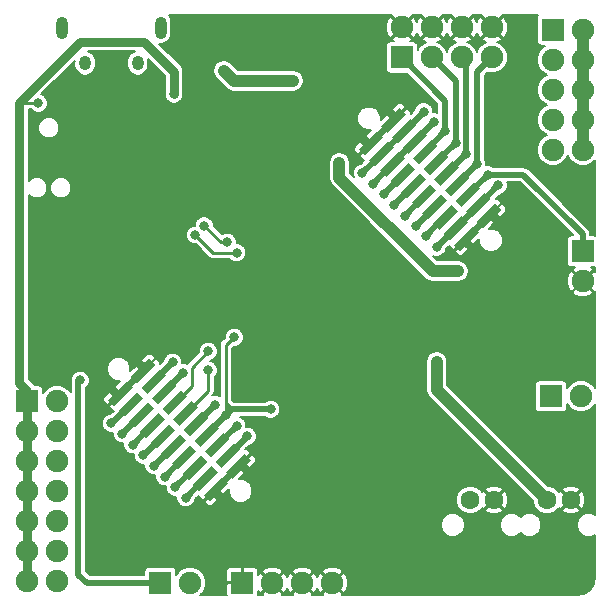
<source format=gbl>
G04 #@! TF.FileFunction,Copper,L2,Bot,Signal*
%FSLAX46Y46*%
G04 Gerber Fmt 4.6, Leading zero omitted, Abs format (unit mm)*
G04 Created by KiCad (PCBNEW 4.1.0-alpha+201605071002+6776~44~ubuntu14.04.1-product) date Mon 30 May 2016 00:25:53 BST*
%MOMM*%
%LPD*%
G01*
G04 APERTURE LIST*
%ADD10C,0.100000*%
%ADD11R,1.900000X1.900000*%
%ADD12C,1.900000*%
%ADD13O,1.000000X1.250000*%
%ADD14O,1.000000X1.900000*%
%ADD15C,1.600000*%
%ADD16C,0.800000*%
%ADD17C,0.500000*%
%ADD18C,0.800000*%
%ADD19C,0.280000*%
%ADD20C,1.000000*%
%ADD21C,0.200000*%
G04 APERTURE END LIST*
D10*
D11*
X94690000Y-123500000D03*
D12*
X97230000Y-123500000D03*
X99770000Y-123500000D03*
X102310000Y-123500000D03*
D11*
X123500000Y-95430000D03*
D12*
X123500000Y-97970000D03*
D11*
X87730000Y-123500000D03*
D12*
X90270000Y-123500000D03*
D11*
X120830000Y-107700000D03*
D12*
X123370000Y-107700000D03*
D11*
X76480000Y-108130000D03*
D12*
X79020000Y-108130000D03*
X76480000Y-110670000D03*
X79020000Y-110670000D03*
X76480000Y-113210000D03*
X79020000Y-113210000D03*
X76480000Y-115750000D03*
X79020000Y-115750000D03*
X76480000Y-118290000D03*
X79020000Y-118290000D03*
X76480000Y-120830000D03*
X79020000Y-120830000D03*
X76480000Y-123370000D03*
X79020000Y-123370000D03*
D11*
X120980000Y-76670000D03*
D12*
X123520000Y-76670000D03*
X120980000Y-79210000D03*
X123520000Y-79210000D03*
X120980000Y-81750000D03*
X123520000Y-81750000D03*
X120980000Y-84290000D03*
X123520000Y-84290000D03*
X120980000Y-86830000D03*
X123520000Y-86830000D03*
D13*
X81375000Y-79500000D03*
X85825000Y-79500000D03*
D14*
X79425000Y-76500000D03*
X87775000Y-76500000D03*
D15*
X120500000Y-116500000D03*
X122500000Y-116500000D03*
D11*
X108190000Y-79020000D03*
D12*
X108190000Y-76480000D03*
X110730000Y-79020000D03*
X110730000Y-76480000D03*
X113270000Y-79020000D03*
X113270000Y-76480000D03*
X115810000Y-79020000D03*
X115810000Y-76480000D03*
D15*
X114000000Y-116500000D03*
X116000000Y-116500000D03*
D10*
G36*
X104531801Y-86787710D02*
X106101578Y-85217933D01*
X106624837Y-85741192D01*
X105055060Y-87310969D01*
X104531801Y-86787710D01*
X104531801Y-86787710D01*
G37*
G36*
X106462203Y-84857308D02*
X108031980Y-83287531D01*
X108555239Y-83810790D01*
X106985462Y-85380567D01*
X106462203Y-84857308D01*
X106462203Y-84857308D01*
G37*
G36*
X105429827Y-87685735D02*
X106999604Y-86115958D01*
X107522863Y-86639217D01*
X105953086Y-88208994D01*
X105429827Y-87685735D01*
X105429827Y-87685735D01*
G37*
G36*
X107360228Y-85755334D02*
X108930005Y-84185557D01*
X109453264Y-84708816D01*
X107883487Y-86278593D01*
X107360228Y-85755334D01*
X107360228Y-85755334D01*
G37*
G36*
X106327852Y-88583761D02*
X107897629Y-87013984D01*
X108420888Y-87537243D01*
X106851111Y-89107020D01*
X106327852Y-88583761D01*
X106327852Y-88583761D01*
G37*
G36*
X108258254Y-86653359D02*
X109828031Y-85083582D01*
X110351290Y-85606841D01*
X108781513Y-87176618D01*
X108258254Y-86653359D01*
X108258254Y-86653359D01*
G37*
G36*
X107225878Y-89481786D02*
X108795655Y-87912009D01*
X109318914Y-88435268D01*
X107749137Y-90005045D01*
X107225878Y-89481786D01*
X107225878Y-89481786D01*
G37*
G36*
X109156279Y-87551385D02*
X110726056Y-85981608D01*
X111249315Y-86504867D01*
X109679538Y-88074644D01*
X109156279Y-87551385D01*
X109156279Y-87551385D01*
G37*
G36*
X108123903Y-90379812D02*
X109693680Y-88810035D01*
X110216939Y-89333294D01*
X108647162Y-90903071D01*
X108123903Y-90379812D01*
X108123903Y-90379812D01*
G37*
G36*
X110054305Y-88449410D02*
X111624082Y-86879633D01*
X112147341Y-87402892D01*
X110577564Y-88972669D01*
X110054305Y-88449410D01*
X110054305Y-88449410D01*
G37*
G36*
X109021929Y-91277838D02*
X110591706Y-89708061D01*
X111114965Y-90231320D01*
X109545188Y-91801097D01*
X109021929Y-91277838D01*
X109021929Y-91277838D01*
G37*
G36*
X110952331Y-89347436D02*
X112522108Y-87777659D01*
X113045367Y-88300918D01*
X111475590Y-89870695D01*
X110952331Y-89347436D01*
X110952331Y-89347436D01*
G37*
G36*
X109919955Y-92175863D02*
X111489732Y-90606086D01*
X112012991Y-91129345D01*
X110443214Y-92699122D01*
X109919955Y-92175863D01*
X109919955Y-92175863D01*
G37*
G36*
X111850356Y-90245462D02*
X113420133Y-88675685D01*
X113943392Y-89198944D01*
X112373615Y-90768721D01*
X111850356Y-90245462D01*
X111850356Y-90245462D01*
G37*
G36*
X110817980Y-93073889D02*
X112387757Y-91504112D01*
X112911016Y-92027371D01*
X111341239Y-93597148D01*
X110817980Y-93073889D01*
X110817980Y-93073889D01*
G37*
G36*
X112748382Y-91143487D02*
X114318159Y-89573710D01*
X114841418Y-90096969D01*
X113271641Y-91666746D01*
X112748382Y-91143487D01*
X112748382Y-91143487D01*
G37*
G36*
X111716006Y-93971914D02*
X113285783Y-92402137D01*
X113809042Y-92925396D01*
X112239265Y-94495173D01*
X111716006Y-93971914D01*
X111716006Y-93971914D01*
G37*
G36*
X113646407Y-92041513D02*
X115216184Y-90471736D01*
X115739443Y-90994995D01*
X114169666Y-92564772D01*
X113646407Y-92041513D01*
X113646407Y-92041513D01*
G37*
G36*
X112614031Y-94869940D02*
X114183808Y-93300163D01*
X114707067Y-93823422D01*
X113137290Y-95393199D01*
X112614031Y-94869940D01*
X112614031Y-94869940D01*
G37*
G36*
X114544433Y-92939538D02*
X116114210Y-91369761D01*
X116637469Y-91893020D01*
X115067692Y-93462797D01*
X114544433Y-92939538D01*
X114544433Y-92939538D01*
G37*
G36*
X83318597Y-108000914D02*
X84888374Y-106431137D01*
X85411633Y-106954396D01*
X83841856Y-108524173D01*
X83318597Y-108000914D01*
X83318597Y-108000914D01*
G37*
G36*
X85248999Y-106070512D02*
X86818776Y-104500735D01*
X87342035Y-105023994D01*
X85772258Y-106593771D01*
X85248999Y-106070512D01*
X85248999Y-106070512D01*
G37*
G36*
X84216623Y-108898939D02*
X85786400Y-107329162D01*
X86309659Y-107852421D01*
X84739882Y-109422198D01*
X84216623Y-108898939D01*
X84216623Y-108898939D01*
G37*
G36*
X86147024Y-106968538D02*
X87716801Y-105398761D01*
X88240060Y-105922020D01*
X86670283Y-107491797D01*
X86147024Y-106968538D01*
X86147024Y-106968538D01*
G37*
G36*
X85114648Y-109796965D02*
X86684425Y-108227188D01*
X87207684Y-108750447D01*
X85637907Y-110320224D01*
X85114648Y-109796965D01*
X85114648Y-109796965D01*
G37*
G36*
X87045050Y-107866563D02*
X88614827Y-106296786D01*
X89138086Y-106820045D01*
X87568309Y-108389822D01*
X87045050Y-107866563D01*
X87045050Y-107866563D01*
G37*
G36*
X86012674Y-110694990D02*
X87582451Y-109125213D01*
X88105710Y-109648472D01*
X86535933Y-111218249D01*
X86012674Y-110694990D01*
X86012674Y-110694990D01*
G37*
G36*
X87943075Y-108764589D02*
X89512852Y-107194812D01*
X90036111Y-107718071D01*
X88466334Y-109287848D01*
X87943075Y-108764589D01*
X87943075Y-108764589D01*
G37*
G36*
X86910699Y-111593016D02*
X88480476Y-110023239D01*
X89003735Y-110546498D01*
X87433958Y-112116275D01*
X86910699Y-111593016D01*
X86910699Y-111593016D01*
G37*
G36*
X88841101Y-109662614D02*
X90410878Y-108092837D01*
X90934137Y-108616096D01*
X89364360Y-110185873D01*
X88841101Y-109662614D01*
X88841101Y-109662614D01*
G37*
G36*
X87808725Y-112491042D02*
X89378502Y-110921265D01*
X89901761Y-111444524D01*
X88331984Y-113014301D01*
X87808725Y-112491042D01*
X87808725Y-112491042D01*
G37*
G36*
X89739127Y-110560640D02*
X91308904Y-108990863D01*
X91832163Y-109514122D01*
X90262386Y-111083899D01*
X89739127Y-110560640D01*
X89739127Y-110560640D01*
G37*
G36*
X88706751Y-113389067D02*
X90276528Y-111819290D01*
X90799787Y-112342549D01*
X89230010Y-113912326D01*
X88706751Y-113389067D01*
X88706751Y-113389067D01*
G37*
G36*
X90637152Y-111458666D02*
X92206929Y-109888889D01*
X92730188Y-110412148D01*
X91160411Y-111981925D01*
X90637152Y-111458666D01*
X90637152Y-111458666D01*
G37*
G36*
X89604776Y-114287093D02*
X91174553Y-112717316D01*
X91697812Y-113240575D01*
X90128035Y-114810352D01*
X89604776Y-114287093D01*
X89604776Y-114287093D01*
G37*
G36*
X91535178Y-112356691D02*
X93104955Y-110786914D01*
X93628214Y-111310173D01*
X92058437Y-112879950D01*
X91535178Y-112356691D01*
X91535178Y-112356691D01*
G37*
G36*
X90502802Y-115185118D02*
X92072579Y-113615341D01*
X92595838Y-114138600D01*
X91026061Y-115708377D01*
X90502802Y-115185118D01*
X90502802Y-115185118D01*
G37*
G36*
X92433203Y-113254717D02*
X94002980Y-111684940D01*
X94526239Y-112208199D01*
X92956462Y-113777976D01*
X92433203Y-113254717D01*
X92433203Y-113254717D01*
G37*
G36*
X91400827Y-116083144D02*
X92970604Y-114513367D01*
X93493863Y-115036626D01*
X91924086Y-116606403D01*
X91400827Y-116083144D01*
X91400827Y-116083144D01*
G37*
G36*
X93331229Y-114152742D02*
X94901006Y-112582965D01*
X95424265Y-113106224D01*
X93854488Y-114676001D01*
X93331229Y-114152742D01*
X93331229Y-114152742D01*
G37*
D16*
X82900000Y-80450000D03*
X80650000Y-80600000D03*
X89900000Y-78200000D03*
X97500000Y-105700000D03*
X95100000Y-100800000D03*
X78300000Y-90800000D03*
X79600000Y-91500000D03*
X79600000Y-93600000D03*
X123100000Y-104800000D03*
X97300000Y-77700000D03*
X121900000Y-90250000D03*
X81700000Y-81400000D03*
X97400000Y-89800000D03*
X97400000Y-93050000D03*
X92400000Y-98550000D03*
X79750000Y-105800000D03*
X116600000Y-92950000D03*
X114200000Y-95350000D03*
X107050000Y-83400000D03*
X104600000Y-85800000D03*
X96400000Y-84000000D03*
X85823803Y-97928337D03*
X82500000Y-101400000D03*
X95300000Y-114100000D03*
X92900000Y-116500000D03*
X85800000Y-104600000D03*
X83400000Y-107000000D03*
X77400000Y-82900000D03*
X88900000Y-82150000D03*
X94000000Y-102700000D03*
X97100000Y-108800000D03*
X93300000Y-109300000D03*
X80950000Y-106350000D03*
X93100000Y-80150000D03*
X99000000Y-81000000D03*
X102900000Y-87950000D03*
X112950000Y-97100000D03*
X88800000Y-104800000D03*
X89700000Y-105700000D03*
X91800000Y-105500000D03*
X91800000Y-103900000D03*
X91450000Y-93250000D03*
X93400000Y-94650000D03*
X90700000Y-94050000D03*
X94200000Y-95550000D03*
X94200000Y-110200000D03*
X95100000Y-111100000D03*
X83600000Y-110000000D03*
X84500000Y-110900000D03*
X85400000Y-111800000D03*
X86300000Y-112700000D03*
X87200000Y-113600000D03*
X92400000Y-108400000D03*
X88100000Y-114500000D03*
X89000000Y-115400000D03*
X89900000Y-116300000D03*
X110050000Y-83600000D03*
X104850000Y-88800000D03*
X110950000Y-84450000D03*
X105750000Y-89700000D03*
X106650000Y-90600000D03*
X111850000Y-85250000D03*
X107550000Y-91500000D03*
X112750000Y-86250000D03*
X108450000Y-92400000D03*
X113650000Y-87150000D03*
X109350000Y-93300000D03*
X114550000Y-88050000D03*
X110200000Y-94150000D03*
X115450000Y-88950000D03*
X111150000Y-104800000D03*
X116350000Y-89850000D03*
X111150000Y-95100000D03*
D17*
X113660549Y-94346681D02*
X113660549Y-94810549D01*
X113660549Y-94810549D02*
X114200000Y-95350000D01*
X115590951Y-92416279D02*
X116066279Y-92416279D01*
X116066279Y-92416279D02*
X116600000Y-92950000D01*
X94377747Y-113629483D02*
X94829483Y-113629483D01*
X94829483Y-113629483D02*
X95300000Y-114100000D01*
X92447345Y-115559885D02*
X92447345Y-116047345D01*
X92447345Y-116047345D02*
X92900000Y-116500000D01*
X86295517Y-105547253D02*
X86295517Y-105095517D01*
X86295517Y-105095517D02*
X85800000Y-104600000D01*
X84365115Y-107477655D02*
X83877655Y-107477655D01*
X83877655Y-107477655D02*
X83400000Y-107000000D01*
X105578319Y-86264451D02*
X105064451Y-86264451D01*
X105064451Y-86264451D02*
X104600000Y-85800000D01*
X107508721Y-84334049D02*
X107508721Y-83858721D01*
X107508721Y-83858721D02*
X107050000Y-83400000D01*
X105578319Y-86264451D02*
X107508721Y-84334049D01*
X115590951Y-92416279D02*
X113660549Y-94346681D01*
X92447345Y-115559885D02*
X94377747Y-113629483D01*
X84365115Y-107477655D02*
X86295517Y-105547253D01*
D18*
X76480000Y-110670000D02*
X76480000Y-108130000D01*
X76480000Y-113210000D02*
X76480000Y-110670000D01*
X76480000Y-115750000D02*
X76480000Y-113210000D01*
X76480000Y-118290000D02*
X76480000Y-115750000D01*
X76480000Y-120830000D02*
X76480000Y-118290000D01*
X76480000Y-123370000D02*
X76480000Y-120830000D01*
D19*
X75800000Y-82850000D02*
X77350000Y-82850000D01*
X77350000Y-82850000D02*
X77400000Y-82900000D01*
D18*
X88900000Y-80250000D02*
X88900000Y-82150000D01*
X86350000Y-77700000D02*
X88900000Y-80250000D01*
X80950000Y-77700000D02*
X86350000Y-77700000D01*
X75800000Y-82850000D02*
X80950000Y-77700000D01*
X75800000Y-106550000D02*
X75800000Y-82850000D01*
X76480000Y-107230000D02*
X75800000Y-106550000D01*
X76480000Y-108130000D02*
X76480000Y-107230000D01*
D19*
X93300000Y-103400000D02*
X94000000Y-102700000D01*
X93300000Y-108550000D02*
X93300000Y-108250000D01*
X93300000Y-108250000D02*
X93300000Y-103400000D01*
X93800000Y-108800000D02*
X93800000Y-108750000D01*
X93800000Y-108750000D02*
X93300000Y-108250000D01*
X93300000Y-108750000D02*
X93300000Y-108550000D01*
X93800000Y-108800000D02*
X93550000Y-108800000D01*
X93550000Y-108800000D02*
X93300000Y-108550000D01*
X93300000Y-109300000D02*
X93300000Y-108750000D01*
X93800000Y-108800000D02*
X93350000Y-108800000D01*
X93350000Y-108800000D02*
X93300000Y-108750000D01*
D17*
X97100000Y-108800000D02*
X93800000Y-108800000D01*
X93800000Y-108800000D02*
X93300000Y-109300000D01*
X93300000Y-109300000D02*
X93300000Y-109319077D01*
X93300000Y-109319077D02*
X91683670Y-110935407D01*
X80800000Y-108100000D02*
X80800000Y-106500000D01*
X80800000Y-106500000D02*
X80950000Y-106350000D01*
D20*
X123520000Y-84290000D02*
X123520000Y-86830000D01*
X123520000Y-81750000D02*
X123520000Y-84290000D01*
X123520000Y-79210000D02*
X123520000Y-81750000D01*
X123520000Y-76670000D02*
X123520000Y-79210000D01*
X99000000Y-81000000D02*
X93950000Y-81000000D01*
X93950000Y-81000000D02*
X93100000Y-80150000D01*
X110800000Y-97100000D02*
X102900000Y-89200000D01*
X102900000Y-89200000D02*
X102900000Y-87950000D01*
X112950000Y-97100000D02*
X110800000Y-97100000D01*
D17*
X80800000Y-122800000D02*
X80800000Y-108100000D01*
X81500000Y-123500000D02*
X80800000Y-122800000D01*
X87730000Y-123500000D02*
X81500000Y-123500000D01*
X88800000Y-104800000D02*
X88800000Y-104838821D01*
X88800000Y-104838821D02*
X87193542Y-106445279D01*
X89700000Y-105700000D02*
X89700000Y-105734872D01*
X89700000Y-105734872D02*
X88091568Y-107343304D01*
D19*
X89887619Y-109139355D02*
X91800000Y-107226974D01*
X91800000Y-107226974D02*
X91800000Y-105500000D01*
X88989593Y-108241330D02*
X90390001Y-106840922D01*
X90390001Y-106840922D02*
X90390001Y-105309999D01*
X90390001Y-105309999D02*
X91800000Y-103900000D01*
X93400000Y-94650000D02*
X92850000Y-94650000D01*
X92850000Y-94650000D02*
X91450000Y-93250000D01*
X94200000Y-95550000D02*
X92200000Y-95550000D01*
X92200000Y-95550000D02*
X90700000Y-94050000D01*
D17*
X94200000Y-110200000D02*
X94200000Y-110215128D01*
X94200000Y-110215128D02*
X92581696Y-111833432D01*
X95100000Y-111100000D02*
X95100000Y-111111179D01*
X95100000Y-111111179D02*
X93479721Y-112731458D01*
X83600000Y-110000000D02*
X83638821Y-110000000D01*
X83638821Y-110000000D02*
X85263141Y-108375680D01*
X86161166Y-109273706D02*
X86126294Y-109273706D01*
X86126294Y-109273706D02*
X84500000Y-110900000D01*
X85400000Y-111800000D02*
X85430923Y-111800000D01*
X85430923Y-111800000D02*
X87059192Y-110171731D01*
X86300000Y-112700000D02*
X86326974Y-112700000D01*
X86326974Y-112700000D02*
X87957217Y-111069757D01*
X87200000Y-113600000D02*
X87223026Y-113600000D01*
X87223026Y-113600000D02*
X88855243Y-111967783D01*
X92400000Y-108400000D02*
X92400000Y-108423026D01*
X92400000Y-108423026D02*
X90785645Y-110037381D01*
X88100000Y-114500000D02*
X88119077Y-114500000D01*
X88119077Y-114500000D02*
X89753269Y-112865808D01*
X89000000Y-115400000D02*
X89015128Y-115400000D01*
X89015128Y-115400000D02*
X90651294Y-113763834D01*
X89900000Y-116300000D02*
X89911179Y-116300000D01*
X89911179Y-116300000D02*
X91549320Y-114661859D01*
X108406746Y-85232075D02*
X108417925Y-85232075D01*
X108417925Y-85232075D02*
X110050000Y-83600000D01*
X106476345Y-87162476D02*
X106476345Y-87173655D01*
X106476345Y-87173655D02*
X104850000Y-88800000D01*
X108406746Y-85232075D02*
X106476345Y-87162476D01*
X109304772Y-86130100D02*
X109304772Y-86095228D01*
X109304772Y-86095228D02*
X110950000Y-84450000D01*
X107374370Y-88060502D02*
X107374370Y-88075630D01*
X107374370Y-88075630D02*
X105750000Y-89700000D01*
X109304772Y-86130100D02*
X107374370Y-88060502D01*
X108272396Y-88958527D02*
X108272396Y-88977604D01*
X108272396Y-88977604D02*
X106650000Y-90600000D01*
X110202797Y-87028126D02*
X110202797Y-86897203D01*
X110202797Y-86897203D02*
X111850000Y-85250000D01*
X111850000Y-85250000D02*
X111850000Y-82680000D01*
X111850000Y-82680000D02*
X108190000Y-79020000D01*
X109170421Y-89856553D02*
X109170421Y-89879579D01*
X109170421Y-89879579D02*
X107550000Y-91500000D01*
X111100823Y-87926151D02*
X111100823Y-87899177D01*
X111100823Y-87899177D02*
X112750000Y-86250000D01*
X112750000Y-86250000D02*
X112750000Y-81040000D01*
X112750000Y-81040000D02*
X110730000Y-79020000D01*
X110068447Y-90754579D02*
X110068447Y-90781553D01*
X110068447Y-90781553D02*
X108450000Y-92400000D01*
X111998849Y-88824177D02*
X111998849Y-88801151D01*
X111998849Y-88801151D02*
X113650000Y-87150000D01*
X113650000Y-87150000D02*
X113650000Y-79400000D01*
X113650000Y-79400000D02*
X113270000Y-79020000D01*
X110966473Y-91652604D02*
X110966473Y-91683527D01*
X110966473Y-91683527D02*
X109350000Y-93300000D01*
X112896874Y-89722203D02*
X112896874Y-89703126D01*
X112896874Y-89703126D02*
X114550000Y-88050000D01*
X114550000Y-88050000D02*
X114550000Y-80280000D01*
X114550000Y-80280000D02*
X115810000Y-79020000D01*
X111864498Y-92550630D02*
X111799370Y-92550630D01*
X111799370Y-92550630D02*
X110200000Y-94150000D01*
X113794900Y-90620228D02*
X113794900Y-90605100D01*
X113794900Y-90605100D02*
X115450000Y-88950000D01*
X115450000Y-88950000D02*
X118470000Y-88950000D01*
X118470000Y-88950000D02*
X123500000Y-93980000D01*
X123500000Y-93980000D02*
X123500000Y-95430000D01*
D20*
X111150000Y-107150000D02*
X111150000Y-104800000D01*
D17*
X114692925Y-91518254D02*
X114692925Y-91507075D01*
X114692925Y-91507075D02*
X116350000Y-89850000D01*
X112762524Y-93448655D02*
X112762524Y-93487476D01*
X112762524Y-93487476D02*
X111150000Y-95100000D01*
D20*
X120500000Y-116500000D02*
X111150000Y-107150000D01*
D17*
X112762524Y-93448655D02*
X114692925Y-91518254D01*
D21*
G36*
X107323463Y-75542753D02*
X108190000Y-76409289D01*
X109056537Y-75542753D01*
X109011981Y-75450000D01*
X109908019Y-75450000D01*
X109863463Y-75542753D01*
X110730000Y-76409289D01*
X111596537Y-75542753D01*
X111551981Y-75450000D01*
X112448019Y-75450000D01*
X112403463Y-75542753D01*
X113270000Y-76409289D01*
X114136537Y-75542753D01*
X114091981Y-75450000D01*
X114988019Y-75450000D01*
X114943463Y-75542753D01*
X115810000Y-76409289D01*
X116676537Y-75542753D01*
X116631981Y-75450000D01*
X119729332Y-75450000D01*
X119653209Y-75563928D01*
X119622164Y-75720000D01*
X119622164Y-77620000D01*
X119653209Y-77776072D01*
X119741616Y-77908384D01*
X119873928Y-77996791D01*
X120030000Y-78027836D01*
X120305885Y-78027836D01*
X120216285Y-78064858D01*
X119836193Y-78444288D01*
X119630235Y-78940290D01*
X119629766Y-79477353D01*
X119834858Y-79973715D01*
X120214288Y-80353807D01*
X120518330Y-80480056D01*
X120216285Y-80604858D01*
X119836193Y-80984288D01*
X119630235Y-81480290D01*
X119629766Y-82017353D01*
X119834858Y-82513715D01*
X120214288Y-82893807D01*
X120518330Y-83020056D01*
X120216285Y-83144858D01*
X119836193Y-83524288D01*
X119630235Y-84020290D01*
X119629766Y-84557353D01*
X119834858Y-85053715D01*
X120214288Y-85433807D01*
X120518330Y-85560056D01*
X120216285Y-85684858D01*
X119836193Y-86064288D01*
X119630235Y-86560290D01*
X119629766Y-87097353D01*
X119834858Y-87593715D01*
X120214288Y-87973807D01*
X120710290Y-88179765D01*
X121247353Y-88180234D01*
X121743715Y-87975142D01*
X122123807Y-87595712D01*
X122250056Y-87291670D01*
X122374858Y-87593715D01*
X122754288Y-87973807D01*
X123250290Y-88179765D01*
X123787353Y-88180234D01*
X124283715Y-87975142D01*
X124550000Y-87709321D01*
X124550000Y-94092055D01*
X124450000Y-94072164D01*
X124150000Y-94072164D01*
X124150000Y-93980000D01*
X124104762Y-93752572D01*
X124100522Y-93731255D01*
X123959619Y-93520380D01*
X118929619Y-88490381D01*
X118718745Y-88349478D01*
X118673010Y-88340381D01*
X118470000Y-88300000D01*
X115931519Y-88300000D01*
X115903755Y-88272188D01*
X115609828Y-88150139D01*
X115349913Y-88149912D01*
X115350139Y-87891568D01*
X115228603Y-87597428D01*
X115200000Y-87568775D01*
X115200000Y-80549238D01*
X115426657Y-80322581D01*
X115540290Y-80369765D01*
X116077353Y-80370234D01*
X116573715Y-80165142D01*
X116953807Y-79785712D01*
X117159765Y-79289710D01*
X117160234Y-78752647D01*
X116955142Y-78256285D01*
X116575712Y-77876193D01*
X116271517Y-77749880D01*
X116571349Y-77626716D01*
X116578071Y-77622224D01*
X116676537Y-77417247D01*
X115810000Y-76550711D01*
X114943463Y-77417247D01*
X115041929Y-77622224D01*
X115348162Y-77750125D01*
X115046285Y-77874858D01*
X114666193Y-78254288D01*
X114539944Y-78558330D01*
X114415142Y-78256285D01*
X114035712Y-77876193D01*
X113731517Y-77749880D01*
X114031349Y-77626716D01*
X114038071Y-77622224D01*
X114136537Y-77417247D01*
X113270000Y-76550711D01*
X112403463Y-77417247D01*
X112501929Y-77622224D01*
X112808162Y-77750125D01*
X112506285Y-77874858D01*
X112126193Y-78254288D01*
X111999944Y-78558330D01*
X111875142Y-78256285D01*
X111495712Y-77876193D01*
X111191517Y-77749880D01*
X111491349Y-77626716D01*
X111498071Y-77622224D01*
X111596537Y-77417247D01*
X110730000Y-76550711D01*
X109863463Y-77417247D01*
X109961929Y-77622224D01*
X110268162Y-77750125D01*
X109966285Y-77874858D01*
X109586193Y-78254288D01*
X109547836Y-78346662D01*
X109547836Y-78070000D01*
X109516791Y-77913928D01*
X109428384Y-77781616D01*
X109296072Y-77693209D01*
X109140000Y-77662164D01*
X108865054Y-77662164D01*
X108951349Y-77626716D01*
X108958071Y-77622224D01*
X109056537Y-77417247D01*
X108190000Y-76550711D01*
X107323463Y-77417247D01*
X107421929Y-77622224D01*
X107517557Y-77662164D01*
X107240000Y-77662164D01*
X107083928Y-77693209D01*
X106951616Y-77781616D01*
X106863209Y-77913928D01*
X106832164Y-78070000D01*
X106832164Y-79970000D01*
X106863209Y-80126072D01*
X106951616Y-80258384D01*
X107083928Y-80346791D01*
X107240000Y-80377836D01*
X108628598Y-80377836D01*
X111200000Y-82949239D01*
X111200000Y-83687582D01*
X111109828Y-83650139D01*
X110849957Y-83649912D01*
X110850139Y-83441568D01*
X110728603Y-83147428D01*
X110503755Y-82922188D01*
X110209828Y-82800139D01*
X109891568Y-82799861D01*
X109597428Y-82921397D01*
X109372188Y-83146245D01*
X109250139Y-83440172D01*
X109250104Y-83480658D01*
X108955239Y-83775522D01*
X108955239Y-83731225D01*
X108894343Y-83584208D01*
X108682518Y-83372384D01*
X108541097Y-83372384D01*
X107579432Y-84334049D01*
X107593574Y-84348191D01*
X107522863Y-84418902D01*
X107508721Y-84404760D01*
X105649030Y-86264451D01*
X105663172Y-86278593D01*
X105592461Y-86349304D01*
X105578319Y-86335162D01*
X104616654Y-87296827D01*
X104616654Y-87438248D01*
X104828478Y-87650073D01*
X104975495Y-87710969D01*
X105019793Y-87710969D01*
X104730866Y-87999895D01*
X104691568Y-87999861D01*
X104397428Y-88121397D01*
X104172188Y-88346245D01*
X104050139Y-88640172D01*
X104049861Y-88958432D01*
X104133397Y-89160605D01*
X103800000Y-88827208D01*
X103800000Y-87950000D01*
X103731492Y-87605585D01*
X103536396Y-87313604D01*
X103244415Y-87118508D01*
X102900000Y-87050000D01*
X102555585Y-87118508D01*
X102263604Y-87313604D01*
X102068508Y-87605585D01*
X102000000Y-87950000D01*
X102000000Y-89200000D01*
X102068508Y-89544415D01*
X102263604Y-89836396D01*
X110163604Y-97736396D01*
X110455584Y-97931492D01*
X110800000Y-98000000D01*
X112950000Y-98000000D01*
X113294415Y-97931492D01*
X113586396Y-97736396D01*
X113781492Y-97444415D01*
X113850000Y-97100000D01*
X113781492Y-96755585D01*
X113586396Y-96463604D01*
X113294415Y-96268508D01*
X112950000Y-96200000D01*
X111172792Y-96200000D01*
X110789204Y-95816412D01*
X110990172Y-95899861D01*
X111308432Y-95900139D01*
X111602572Y-95778603D01*
X111827812Y-95553755D01*
X111900352Y-95379057D01*
X112698884Y-95379057D01*
X112698884Y-95520478D01*
X112910708Y-95732303D01*
X113057725Y-95793199D01*
X113216855Y-95793199D01*
X113363872Y-95732303D01*
X113476394Y-95619781D01*
X114098955Y-94997219D01*
X114098955Y-94855798D01*
X113660549Y-94417392D01*
X112698884Y-95379057D01*
X111900352Y-95379057D01*
X111949861Y-95259828D01*
X111949896Y-95219342D01*
X112215701Y-94953537D01*
X112274927Y-95096522D01*
X112486752Y-95308346D01*
X112628173Y-95308346D01*
X113589838Y-94346681D01*
X113731260Y-94346681D01*
X114169666Y-94785087D01*
X114311087Y-94785087D01*
X114750189Y-94345986D01*
X114749877Y-94703820D01*
X114901797Y-95071494D01*
X115182856Y-95353044D01*
X115550265Y-95505606D01*
X115948090Y-95505953D01*
X116315764Y-95354033D01*
X116597314Y-95072974D01*
X116749876Y-94705565D01*
X116750223Y-94307740D01*
X116598303Y-93940066D01*
X116317244Y-93658516D01*
X115949835Y-93505954D01*
X115590534Y-93505641D01*
X116029357Y-93066817D01*
X116029357Y-92925396D01*
X115590951Y-92486990D01*
X113731260Y-94346681D01*
X113589838Y-94346681D01*
X113575696Y-94332539D01*
X113646407Y-94261828D01*
X113660549Y-94275970D01*
X115520240Y-92416279D01*
X115661662Y-92416279D01*
X116100068Y-92854685D01*
X116241489Y-92854685D01*
X116864051Y-92232124D01*
X116976573Y-92119602D01*
X117037469Y-91972585D01*
X117037469Y-91813455D01*
X116976573Y-91666438D01*
X116764748Y-91454614D01*
X116623327Y-91454614D01*
X115661662Y-92416279D01*
X115520240Y-92416279D01*
X115506098Y-92402137D01*
X115576809Y-92331426D01*
X115590951Y-92345568D01*
X116552616Y-91383903D01*
X116552616Y-91242482D01*
X116340792Y-91030657D01*
X116193775Y-90969761D01*
X116149477Y-90969761D01*
X116469133Y-90650105D01*
X116508432Y-90650139D01*
X116802572Y-90528603D01*
X117027812Y-90303755D01*
X117149861Y-90009828D01*
X117150139Y-89691568D01*
X117112304Y-89600000D01*
X118200762Y-89600000D01*
X122672925Y-94072164D01*
X122550000Y-94072164D01*
X122393928Y-94103209D01*
X122261616Y-94191616D01*
X122173209Y-94323928D01*
X122142164Y-94480000D01*
X122142164Y-96380000D01*
X122173209Y-96536072D01*
X122261616Y-96668384D01*
X122393928Y-96756791D01*
X122550000Y-96787836D01*
X122824946Y-96787836D01*
X122738651Y-96823284D01*
X122731929Y-96827776D01*
X122633463Y-97032753D01*
X123500000Y-97899289D01*
X124366537Y-97032753D01*
X124268071Y-96827776D01*
X124172443Y-96787836D01*
X124450000Y-96787836D01*
X124550000Y-96767945D01*
X124550000Y-97157627D01*
X124437247Y-97103463D01*
X123570711Y-97970000D01*
X124437247Y-98836537D01*
X124550000Y-98782373D01*
X124550000Y-107020648D01*
X124515142Y-106936285D01*
X124135712Y-106556193D01*
X123639710Y-106350235D01*
X123102647Y-106349766D01*
X122606285Y-106554858D01*
X122226193Y-106934288D01*
X122187836Y-107026662D01*
X122187836Y-106750000D01*
X122156791Y-106593928D01*
X122068384Y-106461616D01*
X121936072Y-106373209D01*
X121780000Y-106342164D01*
X119880000Y-106342164D01*
X119723928Y-106373209D01*
X119591616Y-106461616D01*
X119503209Y-106593928D01*
X119472164Y-106750000D01*
X119472164Y-108650000D01*
X119503209Y-108806072D01*
X119591616Y-108938384D01*
X119723928Y-109026791D01*
X119880000Y-109057836D01*
X121780000Y-109057836D01*
X121936072Y-109026791D01*
X122068384Y-108938384D01*
X122156791Y-108806072D01*
X122187836Y-108650000D01*
X122187836Y-108374115D01*
X122224858Y-108463715D01*
X122604288Y-108843807D01*
X123100290Y-109049765D01*
X123637353Y-109050234D01*
X124133715Y-108845142D01*
X124513807Y-108465712D01*
X124550000Y-108378550D01*
X124550000Y-117745596D01*
X124199785Y-117600174D01*
X123801960Y-117599827D01*
X123434286Y-117751747D01*
X123152736Y-118032806D01*
X123000174Y-118400215D01*
X122999827Y-118798040D01*
X123151747Y-119165714D01*
X123432806Y-119447264D01*
X123800215Y-119599826D01*
X124198040Y-119600173D01*
X124550000Y-119454746D01*
X124550000Y-122955681D01*
X124423869Y-123589785D01*
X124089782Y-124089782D01*
X123589785Y-124423869D01*
X122955680Y-124550000D01*
X103122373Y-124550000D01*
X103176537Y-124437247D01*
X102310000Y-123570711D01*
X101443463Y-124437247D01*
X101497627Y-124550000D01*
X100582373Y-124550000D01*
X100636537Y-124437247D01*
X99770000Y-123570711D01*
X98903463Y-124437247D01*
X98957627Y-124550000D01*
X98042373Y-124550000D01*
X98096537Y-124437247D01*
X97230000Y-123570711D01*
X96363463Y-124437247D01*
X96417627Y-124550000D01*
X96031536Y-124550000D01*
X96040000Y-124529565D01*
X96040000Y-124155978D01*
X96083284Y-124261349D01*
X96087776Y-124268071D01*
X96292753Y-124366537D01*
X97159289Y-123500000D01*
X97300711Y-123500000D01*
X98167247Y-124366537D01*
X98372224Y-124268071D01*
X98500189Y-123961685D01*
X98623284Y-124261349D01*
X98627776Y-124268071D01*
X98832753Y-124366537D01*
X99699289Y-123500000D01*
X99840711Y-123500000D01*
X100707247Y-124366537D01*
X100912224Y-124268071D01*
X101040189Y-123961685D01*
X101163284Y-124261349D01*
X101167776Y-124268071D01*
X101372753Y-124366537D01*
X102239289Y-123500000D01*
X102380711Y-123500000D01*
X103247247Y-124366537D01*
X103452224Y-124268071D01*
X103659206Y-123772496D01*
X103660783Y-123235435D01*
X103456716Y-122738651D01*
X103452224Y-122731929D01*
X103247247Y-122633463D01*
X102380711Y-123500000D01*
X102239289Y-123500000D01*
X101372753Y-122633463D01*
X101167776Y-122731929D01*
X101039811Y-123038315D01*
X100916716Y-122738651D01*
X100912224Y-122731929D01*
X100707247Y-122633463D01*
X99840711Y-123500000D01*
X99699289Y-123500000D01*
X98832753Y-122633463D01*
X98627776Y-122731929D01*
X98499811Y-123038315D01*
X98376716Y-122738651D01*
X98372224Y-122731929D01*
X98167247Y-122633463D01*
X97300711Y-123500000D01*
X97159289Y-123500000D01*
X96292753Y-122633463D01*
X96087776Y-122731929D01*
X96040000Y-122846319D01*
X96040000Y-122562753D01*
X96363463Y-122562753D01*
X97230000Y-123429289D01*
X98096537Y-122562753D01*
X98903463Y-122562753D01*
X99770000Y-123429289D01*
X100636537Y-122562753D01*
X101443463Y-122562753D01*
X102310000Y-123429289D01*
X103176537Y-122562753D01*
X103078071Y-122357776D01*
X102582496Y-122150794D01*
X102045435Y-122149217D01*
X101548651Y-122353284D01*
X101541929Y-122357776D01*
X101443463Y-122562753D01*
X100636537Y-122562753D01*
X100538071Y-122357776D01*
X100042496Y-122150794D01*
X99505435Y-122149217D01*
X99008651Y-122353284D01*
X99001929Y-122357776D01*
X98903463Y-122562753D01*
X98096537Y-122562753D01*
X97998071Y-122357776D01*
X97502496Y-122150794D01*
X96965435Y-122149217D01*
X96468651Y-122353284D01*
X96461929Y-122357776D01*
X96363463Y-122562753D01*
X96040000Y-122562753D01*
X96040000Y-122470435D01*
X95979104Y-122323418D01*
X95866582Y-122210896D01*
X95719565Y-122150000D01*
X94840000Y-122150000D01*
X94740000Y-122250000D01*
X94740000Y-123450000D01*
X94760000Y-123450000D01*
X94760000Y-123550000D01*
X94740000Y-123550000D01*
X94740000Y-123570000D01*
X94640000Y-123570000D01*
X94640000Y-123550000D01*
X93440000Y-123550000D01*
X93340000Y-123650000D01*
X93340000Y-124529565D01*
X93348464Y-124550000D01*
X91129023Y-124550000D01*
X91413807Y-124265712D01*
X91619765Y-123769710D01*
X91620234Y-123232647D01*
X91415142Y-122736285D01*
X91149756Y-122470435D01*
X93340000Y-122470435D01*
X93340000Y-123350000D01*
X93440000Y-123450000D01*
X94640000Y-123450000D01*
X94640000Y-122250000D01*
X94540000Y-122150000D01*
X93660435Y-122150000D01*
X93513418Y-122210896D01*
X93400896Y-122323418D01*
X93340000Y-122470435D01*
X91149756Y-122470435D01*
X91035712Y-122356193D01*
X90539710Y-122150235D01*
X90002647Y-122149766D01*
X89506285Y-122354858D01*
X89126193Y-122734288D01*
X89087836Y-122826662D01*
X89087836Y-122550000D01*
X89056791Y-122393928D01*
X88968384Y-122261616D01*
X88836072Y-122173209D01*
X88680000Y-122142164D01*
X86780000Y-122142164D01*
X86623928Y-122173209D01*
X86491616Y-122261616D01*
X86403209Y-122393928D01*
X86372164Y-122550000D01*
X86372164Y-122850000D01*
X81769239Y-122850000D01*
X81450000Y-122530762D01*
X81450000Y-118798040D01*
X111499827Y-118798040D01*
X111651747Y-119165714D01*
X111932806Y-119447264D01*
X112300215Y-119599826D01*
X112698040Y-119600173D01*
X113065714Y-119448253D01*
X113347264Y-119167194D01*
X113499826Y-118799785D01*
X113499827Y-118798040D01*
X116499827Y-118798040D01*
X116651747Y-119165714D01*
X116932806Y-119447264D01*
X117300215Y-119599826D01*
X117698040Y-119600173D01*
X118065714Y-119448253D01*
X118250075Y-119264214D01*
X118432806Y-119447264D01*
X118800215Y-119599826D01*
X119198040Y-119600173D01*
X119565714Y-119448253D01*
X119847264Y-119167194D01*
X119999826Y-118799785D01*
X120000173Y-118401960D01*
X119848253Y-118034286D01*
X119567194Y-117752736D01*
X119199785Y-117600174D01*
X118801960Y-117599827D01*
X118434286Y-117751747D01*
X118249925Y-117935786D01*
X118067194Y-117752736D01*
X117699785Y-117600174D01*
X117301960Y-117599827D01*
X116934286Y-117751747D01*
X116652736Y-118032806D01*
X116500174Y-118400215D01*
X116499827Y-118798040D01*
X113499827Y-118798040D01*
X113500173Y-118401960D01*
X113348253Y-118034286D01*
X113067194Y-117752736D01*
X112699785Y-117600174D01*
X112301960Y-117599827D01*
X111934286Y-117751747D01*
X111652736Y-118032806D01*
X111500174Y-118400215D01*
X111499827Y-118798040D01*
X81450000Y-118798040D01*
X81450000Y-110158432D01*
X82799861Y-110158432D01*
X82921397Y-110452572D01*
X83146245Y-110677812D01*
X83440172Y-110799861D01*
X83700087Y-110800088D01*
X83699861Y-111058432D01*
X83821397Y-111352572D01*
X84046245Y-111577812D01*
X84340172Y-111699861D01*
X84600087Y-111700088D01*
X84599861Y-111958432D01*
X84721397Y-112252572D01*
X84946245Y-112477812D01*
X85240172Y-112599861D01*
X85500087Y-112600088D01*
X85499861Y-112858432D01*
X85621397Y-113152572D01*
X85846245Y-113377812D01*
X86140172Y-113499861D01*
X86400087Y-113500088D01*
X86399861Y-113758432D01*
X86521397Y-114052572D01*
X86746245Y-114277812D01*
X87040172Y-114399861D01*
X87300087Y-114400088D01*
X87299861Y-114658432D01*
X87421397Y-114952572D01*
X87646245Y-115177812D01*
X87940172Y-115299861D01*
X88200087Y-115300088D01*
X88199861Y-115558432D01*
X88321397Y-115852572D01*
X88546245Y-116077812D01*
X88840172Y-116199861D01*
X89100087Y-116200088D01*
X89099861Y-116458432D01*
X89221397Y-116752572D01*
X89446245Y-116977812D01*
X89740172Y-117099861D01*
X90058432Y-117100139D01*
X90352572Y-116978603D01*
X90577812Y-116753755D01*
X90644870Y-116592261D01*
X91485680Y-116592261D01*
X91485680Y-116733682D01*
X91697504Y-116945507D01*
X91844521Y-117006403D01*
X92003651Y-117006403D01*
X92150668Y-116945507D01*
X92263190Y-116832985D01*
X92358527Y-116737647D01*
X112799793Y-116737647D01*
X112982097Y-117178857D01*
X113319367Y-117516717D01*
X113760258Y-117699791D01*
X114237647Y-117700207D01*
X114678857Y-117517903D01*
X114868081Y-117329009D01*
X115241702Y-117329009D01*
X115321892Y-117518402D01*
X115763235Y-117700382D01*
X116240624Y-117699614D01*
X116678108Y-117518402D01*
X116758298Y-117329009D01*
X116000000Y-116570711D01*
X115241702Y-117329009D01*
X114868081Y-117329009D01*
X115008034Y-117189301D01*
X115170991Y-117258298D01*
X115929289Y-116500000D01*
X116070711Y-116500000D01*
X116829009Y-117258298D01*
X117018402Y-117178108D01*
X117200382Y-116736765D01*
X117199614Y-116259376D01*
X117018402Y-115821892D01*
X116829009Y-115741702D01*
X116070711Y-116500000D01*
X115929289Y-116500000D01*
X115170991Y-115741702D01*
X115007643Y-115810865D01*
X114868014Y-115670991D01*
X115241702Y-115670991D01*
X116000000Y-116429289D01*
X116758298Y-115670991D01*
X116678108Y-115481598D01*
X116236765Y-115299618D01*
X115759376Y-115300386D01*
X115321892Y-115481598D01*
X115241702Y-115670991D01*
X114868014Y-115670991D01*
X114680633Y-115483283D01*
X114239742Y-115300209D01*
X113762353Y-115299793D01*
X113321143Y-115482097D01*
X112983283Y-115819367D01*
X112800209Y-116260258D01*
X112799793Y-116737647D01*
X92358527Y-116737647D01*
X92885751Y-116210423D01*
X92885751Y-116069002D01*
X92447345Y-115630596D01*
X91485680Y-116592261D01*
X90644870Y-116592261D01*
X90699861Y-116459828D01*
X90699887Y-116430531D01*
X91000827Y-116129590D01*
X91000827Y-116162709D01*
X91061723Y-116309726D01*
X91273548Y-116521550D01*
X91414969Y-116521550D01*
X92376634Y-115559885D01*
X92518056Y-115559885D01*
X92956462Y-115998291D01*
X93097883Y-115998291D01*
X93536985Y-115559190D01*
X93536673Y-115917024D01*
X93688593Y-116284698D01*
X93969652Y-116566248D01*
X94337061Y-116718810D01*
X94734886Y-116719157D01*
X95102560Y-116567237D01*
X95384110Y-116286178D01*
X95536672Y-115918769D01*
X95537019Y-115520944D01*
X95385099Y-115153270D01*
X95104040Y-114871720D01*
X94736631Y-114719158D01*
X94377330Y-114718845D01*
X94816153Y-114280021D01*
X94816153Y-114138600D01*
X94377747Y-113700194D01*
X92518056Y-115559885D01*
X92376634Y-115559885D01*
X92362492Y-115545743D01*
X92433203Y-115475032D01*
X92447345Y-115489174D01*
X94307036Y-113629483D01*
X94448458Y-113629483D01*
X94886864Y-114067889D01*
X95028285Y-114067889D01*
X95650847Y-113445328D01*
X95763369Y-113332806D01*
X95824265Y-113185789D01*
X95824265Y-113026659D01*
X95763369Y-112879642D01*
X95551544Y-112667818D01*
X95410123Y-112667818D01*
X94448458Y-113629483D01*
X94307036Y-113629483D01*
X94292894Y-113615341D01*
X94363605Y-113544630D01*
X94377747Y-113558772D01*
X95339412Y-112597107D01*
X95339412Y-112455686D01*
X95127588Y-112243861D01*
X94980571Y-112182965D01*
X94947453Y-112182965D01*
X95230303Y-111900114D01*
X95258432Y-111900139D01*
X95552572Y-111778603D01*
X95777812Y-111553755D01*
X95899861Y-111259828D01*
X95900139Y-110941568D01*
X95778603Y-110647428D01*
X95553755Y-110422188D01*
X95259828Y-110300139D01*
X94999913Y-110299912D01*
X95000139Y-110041568D01*
X94878603Y-109747428D01*
X94653755Y-109522188D01*
X94479907Y-109450000D01*
X96618481Y-109450000D01*
X96646245Y-109477812D01*
X96940172Y-109599861D01*
X97258432Y-109600139D01*
X97552572Y-109478603D01*
X97777812Y-109253755D01*
X97899861Y-108959828D01*
X97900139Y-108641568D01*
X97778603Y-108347428D01*
X97553755Y-108122188D01*
X97259828Y-108000139D01*
X96941568Y-107999861D01*
X96647428Y-108121397D01*
X96618775Y-108150000D01*
X93963676Y-108150000D01*
X93840000Y-108026324D01*
X93840000Y-104800000D01*
X110250000Y-104800000D01*
X110250000Y-107150000D01*
X110318508Y-107494415D01*
X110513604Y-107786396D01*
X119299937Y-116572729D01*
X119299793Y-116737647D01*
X119482097Y-117178857D01*
X119819367Y-117516717D01*
X120260258Y-117699791D01*
X120737647Y-117700207D01*
X121178857Y-117517903D01*
X121368081Y-117329009D01*
X121741702Y-117329009D01*
X121821892Y-117518402D01*
X122263235Y-117700382D01*
X122740624Y-117699614D01*
X123178108Y-117518402D01*
X123258298Y-117329009D01*
X122500000Y-116570711D01*
X121741702Y-117329009D01*
X121368081Y-117329009D01*
X121508034Y-117189301D01*
X121670991Y-117258298D01*
X122429289Y-116500000D01*
X122570711Y-116500000D01*
X123329009Y-117258298D01*
X123518402Y-117178108D01*
X123700382Y-116736765D01*
X123699614Y-116259376D01*
X123518402Y-115821892D01*
X123329009Y-115741702D01*
X122570711Y-116500000D01*
X122429289Y-116500000D01*
X121670991Y-115741702D01*
X121507643Y-115810865D01*
X121368014Y-115670991D01*
X121741702Y-115670991D01*
X122500000Y-116429289D01*
X123258298Y-115670991D01*
X123178108Y-115481598D01*
X122736765Y-115299618D01*
X122259376Y-115300386D01*
X121821892Y-115481598D01*
X121741702Y-115670991D01*
X121368014Y-115670991D01*
X121180633Y-115483283D01*
X120739742Y-115300209D01*
X120572856Y-115300064D01*
X112050000Y-106777208D01*
X112050000Y-104800000D01*
X111981492Y-104455585D01*
X111786396Y-104163604D01*
X111494415Y-103968508D01*
X111150000Y-103900000D01*
X110805585Y-103968508D01*
X110513604Y-104163604D01*
X110318508Y-104455585D01*
X110250000Y-104800000D01*
X93840000Y-104800000D01*
X93840000Y-103623676D01*
X93963707Y-103499969D01*
X94158432Y-103500139D01*
X94452572Y-103378603D01*
X94677812Y-103153755D01*
X94799861Y-102859828D01*
X94800139Y-102541568D01*
X94678603Y-102247428D01*
X94453755Y-102022188D01*
X94159828Y-101900139D01*
X93841568Y-101899861D01*
X93547428Y-102021397D01*
X93322188Y-102246245D01*
X93200139Y-102540172D01*
X93199968Y-102736357D01*
X92918162Y-103018162D01*
X92801105Y-103193351D01*
X92760000Y-103400000D01*
X92760000Y-107683258D01*
X92559828Y-107600139D01*
X92241568Y-107599861D01*
X92155034Y-107635616D01*
X92181838Y-107608812D01*
X92298895Y-107433623D01*
X92340000Y-107226974D01*
X92340000Y-106091327D01*
X92477812Y-105953755D01*
X92599861Y-105659828D01*
X92600139Y-105341568D01*
X92478603Y-105047428D01*
X92253755Y-104822188D01*
X91959828Y-104700139D01*
X91958435Y-104700138D01*
X92252572Y-104578603D01*
X92477812Y-104353755D01*
X92599861Y-104059828D01*
X92600139Y-103741568D01*
X92478603Y-103447428D01*
X92253755Y-103222188D01*
X91959828Y-103100139D01*
X91641568Y-103099861D01*
X91347428Y-103221397D01*
X91122188Y-103446245D01*
X91000139Y-103740172D01*
X90999968Y-103936357D01*
X90008163Y-104928161D01*
X89990603Y-104954441D01*
X89859828Y-104900139D01*
X89599913Y-104899912D01*
X89600139Y-104641568D01*
X89478603Y-104347428D01*
X89253755Y-104122188D01*
X88959828Y-104000139D01*
X88641568Y-103999861D01*
X88347428Y-104121397D01*
X88122188Y-104346245D01*
X88000139Y-104640172D01*
X88000070Y-104719513D01*
X87742035Y-104977547D01*
X87742035Y-104944429D01*
X87681139Y-104797412D01*
X87469314Y-104585588D01*
X87327893Y-104585588D01*
X86366228Y-105547253D01*
X86380370Y-105561395D01*
X86309659Y-105632106D01*
X86295517Y-105617964D01*
X84435826Y-107477655D01*
X84449968Y-107491797D01*
X84379257Y-107562508D01*
X84365115Y-107548366D01*
X83403450Y-108510031D01*
X83403450Y-108651452D01*
X83615274Y-108863277D01*
X83762291Y-108924173D01*
X83795410Y-108924173D01*
X83519654Y-109199929D01*
X83441568Y-109199861D01*
X83147428Y-109321397D01*
X82922188Y-109546245D01*
X82800139Y-109840172D01*
X82799861Y-110158432D01*
X81450000Y-110158432D01*
X81450000Y-107921349D01*
X82918597Y-107921349D01*
X82918597Y-108080479D01*
X82979493Y-108227496D01*
X83191318Y-108439320D01*
X83332739Y-108439320D01*
X84294404Y-107477655D01*
X83855998Y-107039249D01*
X83714577Y-107039249D01*
X83092015Y-107661810D01*
X82979493Y-107774332D01*
X82918597Y-107921349D01*
X81450000Y-107921349D01*
X81450000Y-106981258D01*
X81627812Y-106803755D01*
X81749861Y-106509828D01*
X81750139Y-106191568D01*
X81628603Y-105897428D01*
X81403755Y-105672188D01*
X81196659Y-105586194D01*
X83205843Y-105586194D01*
X83357763Y-105953868D01*
X83638822Y-106235418D01*
X84006231Y-106387980D01*
X84365532Y-106388293D01*
X83926709Y-106827117D01*
X83926709Y-106968538D01*
X84365115Y-107406944D01*
X86224806Y-105547253D01*
X85786400Y-105108847D01*
X85644979Y-105108847D01*
X85205877Y-105547948D01*
X85206189Y-105190114D01*
X85084959Y-104896715D01*
X85857111Y-104896715D01*
X85857111Y-105038136D01*
X86295517Y-105476542D01*
X87257182Y-104514877D01*
X87257182Y-104373456D01*
X87045358Y-104161631D01*
X86898341Y-104100735D01*
X86739211Y-104100735D01*
X86592194Y-104161631D01*
X86479672Y-104274153D01*
X85857111Y-104896715D01*
X85084959Y-104896715D01*
X85054269Y-104822440D01*
X84773210Y-104540890D01*
X84405801Y-104388328D01*
X84007976Y-104387981D01*
X83640302Y-104539901D01*
X83358752Y-104820960D01*
X83206190Y-105188369D01*
X83205843Y-105586194D01*
X81196659Y-105586194D01*
X81109828Y-105550139D01*
X80791568Y-105549861D01*
X80497428Y-105671397D01*
X80272188Y-105896245D01*
X80150139Y-106190172D01*
X80149861Y-106508432D01*
X80150000Y-106508768D01*
X80150000Y-107351117D01*
X79785712Y-106986193D01*
X79289710Y-106780235D01*
X78752647Y-106779766D01*
X78256285Y-106984858D01*
X77876193Y-107364288D01*
X77837836Y-107456662D01*
X77837836Y-107180000D01*
X77806791Y-107023928D01*
X77718384Y-106891616D01*
X77586072Y-106803209D01*
X77430000Y-106772164D01*
X77117748Y-106772164D01*
X77045685Y-106664314D01*
X76600000Y-106218630D01*
X76600000Y-98907247D01*
X122633463Y-98907247D01*
X122731929Y-99112224D01*
X123227504Y-99319206D01*
X123764565Y-99320783D01*
X124261349Y-99116716D01*
X124268071Y-99112224D01*
X124366537Y-98907247D01*
X123500000Y-98040711D01*
X122633463Y-98907247D01*
X76600000Y-98907247D01*
X76600000Y-98234565D01*
X122149217Y-98234565D01*
X122353284Y-98731349D01*
X122357776Y-98738071D01*
X122562753Y-98836537D01*
X123429289Y-97970000D01*
X122562753Y-97103463D01*
X122357776Y-97201929D01*
X122150794Y-97697504D01*
X122149217Y-98234565D01*
X76600000Y-98234565D01*
X76600000Y-94208432D01*
X89899861Y-94208432D01*
X90021397Y-94502572D01*
X90246245Y-94727812D01*
X90540172Y-94849861D01*
X90736357Y-94850032D01*
X91818160Y-95931835D01*
X91818162Y-95931838D01*
X91925794Y-96003755D01*
X91993351Y-96048895D01*
X92200000Y-96090000D01*
X93608673Y-96090000D01*
X93746245Y-96227812D01*
X94040172Y-96349861D01*
X94358432Y-96350139D01*
X94652572Y-96228603D01*
X94877812Y-96003755D01*
X94999861Y-95709828D01*
X95000139Y-95391568D01*
X94878603Y-95097428D01*
X94653755Y-94872188D01*
X94359828Y-94750139D01*
X94199913Y-94749999D01*
X94200139Y-94491568D01*
X94078603Y-94197428D01*
X93853755Y-93972188D01*
X93559828Y-93850139D01*
X93241568Y-93849861D01*
X92947428Y-93971397D01*
X92941245Y-93977569D01*
X92249969Y-93286293D01*
X92250139Y-93091568D01*
X92128603Y-92797428D01*
X91903755Y-92572188D01*
X91609828Y-92450139D01*
X91291568Y-92449861D01*
X90997428Y-92571397D01*
X90772188Y-92796245D01*
X90650139Y-93090172D01*
X90649999Y-93249956D01*
X90541568Y-93249861D01*
X90247428Y-93371397D01*
X90022188Y-93596245D01*
X89900139Y-93890172D01*
X89899861Y-94208432D01*
X76600000Y-94208432D01*
X76600000Y-90633719D01*
X76768525Y-90802538D01*
X77099194Y-90939843D01*
X77457236Y-90940156D01*
X77788143Y-90803428D01*
X78041538Y-90550475D01*
X78178843Y-90219806D01*
X78178844Y-90218236D01*
X78410844Y-90218236D01*
X78547572Y-90549143D01*
X78800525Y-90802538D01*
X79131194Y-90939843D01*
X79489236Y-90940156D01*
X79820143Y-90803428D01*
X80073538Y-90550475D01*
X80210843Y-90219806D01*
X80211156Y-89861764D01*
X80074428Y-89530857D01*
X79821475Y-89277462D01*
X79490806Y-89140157D01*
X79132764Y-89139844D01*
X78801857Y-89276572D01*
X78548462Y-89529525D01*
X78411157Y-89860194D01*
X78410844Y-90218236D01*
X78178844Y-90218236D01*
X78179156Y-89861764D01*
X78042428Y-89530857D01*
X77789475Y-89277462D01*
X77458806Y-89140157D01*
X77100764Y-89139844D01*
X76769857Y-89276572D01*
X76600000Y-89446133D01*
X76600000Y-86708145D01*
X104131801Y-86708145D01*
X104131801Y-86867275D01*
X104192697Y-87014292D01*
X104404522Y-87226116D01*
X104545943Y-87226116D01*
X105507608Y-86264451D01*
X105069202Y-85826045D01*
X104927781Y-85826045D01*
X104305219Y-86448606D01*
X104192697Y-86561128D01*
X104131801Y-86708145D01*
X76600000Y-86708145D01*
X76600000Y-85138236D01*
X77394844Y-85138236D01*
X77531572Y-85469143D01*
X77784525Y-85722538D01*
X78115194Y-85859843D01*
X78473236Y-85860156D01*
X78804143Y-85723428D01*
X79057538Y-85470475D01*
X79194843Y-85139806D01*
X79195156Y-84781764D01*
X79058428Y-84450857D01*
X78980697Y-84372990D01*
X104419047Y-84372990D01*
X104570967Y-84740664D01*
X104852026Y-85022214D01*
X105219435Y-85174776D01*
X105578736Y-85175089D01*
X105139913Y-85613913D01*
X105139913Y-85755334D01*
X105578319Y-86193740D01*
X107438010Y-84334049D01*
X106999604Y-83895643D01*
X106858183Y-83895643D01*
X106419081Y-84334744D01*
X106419393Y-83976910D01*
X106298163Y-83683511D01*
X107070315Y-83683511D01*
X107070315Y-83824932D01*
X107508721Y-84263338D01*
X108470386Y-83301673D01*
X108470386Y-83160252D01*
X108258562Y-82948427D01*
X108111545Y-82887531D01*
X107952415Y-82887531D01*
X107805398Y-82948427D01*
X107692876Y-83060949D01*
X107070315Y-83683511D01*
X106298163Y-83683511D01*
X106267473Y-83609236D01*
X105986414Y-83327686D01*
X105619005Y-83175124D01*
X105221180Y-83174777D01*
X104853506Y-83326697D01*
X104571956Y-83607756D01*
X104419394Y-83975165D01*
X104419047Y-84372990D01*
X78980697Y-84372990D01*
X78805475Y-84197462D01*
X78474806Y-84060157D01*
X78116764Y-84059844D01*
X77785857Y-84196572D01*
X77532462Y-84449525D01*
X77395157Y-84780194D01*
X77394844Y-85138236D01*
X76600000Y-85138236D01*
X76600000Y-83390000D01*
X76758760Y-83390000D01*
X76946245Y-83577812D01*
X77240172Y-83699861D01*
X77558432Y-83700139D01*
X77852572Y-83578603D01*
X78077812Y-83353755D01*
X78199861Y-83059828D01*
X78200139Y-82741568D01*
X78078603Y-82447428D01*
X77853755Y-82222188D01*
X77645611Y-82135759D01*
X80487055Y-79294316D01*
X80475000Y-79354919D01*
X80475000Y-79645081D01*
X80543508Y-79989496D01*
X80738604Y-80281477D01*
X81030585Y-80476573D01*
X81375000Y-80545081D01*
X81719415Y-80476573D01*
X82011396Y-80281477D01*
X82206492Y-79989496D01*
X82275000Y-79645081D01*
X82275000Y-79354919D01*
X82206492Y-79010504D01*
X82011396Y-78718523D01*
X81719415Y-78523427D01*
X81601639Y-78500000D01*
X85598361Y-78500000D01*
X85480585Y-78523427D01*
X85188604Y-78718523D01*
X84993508Y-79010504D01*
X84925000Y-79354919D01*
X84925000Y-79645081D01*
X84993508Y-79989496D01*
X85188604Y-80281477D01*
X85480585Y-80476573D01*
X85825000Y-80545081D01*
X86169415Y-80476573D01*
X86461396Y-80281477D01*
X86656492Y-79989496D01*
X86725000Y-79645081D01*
X86725000Y-79354919D01*
X86688115Y-79169486D01*
X88100000Y-80581371D01*
X88100000Y-82149302D01*
X88099861Y-82308432D01*
X88221397Y-82602572D01*
X88446245Y-82827812D01*
X88740172Y-82949861D01*
X89058432Y-82950139D01*
X89352572Y-82828603D01*
X89577812Y-82603755D01*
X89699861Y-82309828D01*
X89700139Y-81991568D01*
X89700000Y-81991232D01*
X89700000Y-80250000D01*
X89680109Y-80150000D01*
X92200000Y-80150000D01*
X92268508Y-80494415D01*
X92463604Y-80786396D01*
X93313604Y-81636396D01*
X93605585Y-81831492D01*
X93950000Y-81900000D01*
X99000000Y-81900000D01*
X99344415Y-81831492D01*
X99636396Y-81636396D01*
X99831492Y-81344415D01*
X99900000Y-81000000D01*
X99831492Y-80655585D01*
X99636396Y-80363604D01*
X99344415Y-80168508D01*
X99000000Y-80100000D01*
X94322792Y-80100000D01*
X93736396Y-79513604D01*
X93444415Y-79318508D01*
X93100000Y-79250000D01*
X92755585Y-79318508D01*
X92463604Y-79513604D01*
X92268508Y-79805585D01*
X92200000Y-80150000D01*
X89680109Y-80150000D01*
X89639104Y-79943853D01*
X89465686Y-79684315D01*
X87628722Y-77847352D01*
X87775000Y-77876448D01*
X88119415Y-77807940D01*
X88411396Y-77612844D01*
X88606492Y-77320863D01*
X88675000Y-76976448D01*
X88675000Y-76744565D01*
X106839217Y-76744565D01*
X107043284Y-77241349D01*
X107047776Y-77248071D01*
X107252753Y-77346537D01*
X108119289Y-76480000D01*
X108260711Y-76480000D01*
X109127247Y-77346537D01*
X109332224Y-77248071D01*
X109460189Y-76941685D01*
X109583284Y-77241349D01*
X109587776Y-77248071D01*
X109792753Y-77346537D01*
X110659289Y-76480000D01*
X110800711Y-76480000D01*
X111667247Y-77346537D01*
X111872224Y-77248071D01*
X112000189Y-76941685D01*
X112123284Y-77241349D01*
X112127776Y-77248071D01*
X112332753Y-77346537D01*
X113199289Y-76480000D01*
X113340711Y-76480000D01*
X114207247Y-77346537D01*
X114412224Y-77248071D01*
X114540189Y-76941685D01*
X114663284Y-77241349D01*
X114667776Y-77248071D01*
X114872753Y-77346537D01*
X115739289Y-76480000D01*
X115880711Y-76480000D01*
X116747247Y-77346537D01*
X116952224Y-77248071D01*
X117159206Y-76752496D01*
X117160783Y-76215435D01*
X116956716Y-75718651D01*
X116952224Y-75711929D01*
X116747247Y-75613463D01*
X115880711Y-76480000D01*
X115739289Y-76480000D01*
X114872753Y-75613463D01*
X114667776Y-75711929D01*
X114539811Y-76018315D01*
X114416716Y-75718651D01*
X114412224Y-75711929D01*
X114207247Y-75613463D01*
X113340711Y-76480000D01*
X113199289Y-76480000D01*
X112332753Y-75613463D01*
X112127776Y-75711929D01*
X111999811Y-76018315D01*
X111876716Y-75718651D01*
X111872224Y-75711929D01*
X111667247Y-75613463D01*
X110800711Y-76480000D01*
X110659289Y-76480000D01*
X109792753Y-75613463D01*
X109587776Y-75711929D01*
X109459811Y-76018315D01*
X109336716Y-75718651D01*
X109332224Y-75711929D01*
X109127247Y-75613463D01*
X108260711Y-76480000D01*
X108119289Y-76480000D01*
X107252753Y-75613463D01*
X107047776Y-75711929D01*
X106840794Y-76207504D01*
X106839217Y-76744565D01*
X88675000Y-76744565D01*
X88675000Y-76023552D01*
X88606492Y-75679137D01*
X88453387Y-75450000D01*
X107368019Y-75450000D01*
X107323463Y-75542753D01*
X107323463Y-75542753D01*
G37*
X107323463Y-75542753D02*
X108190000Y-76409289D01*
X109056537Y-75542753D01*
X109011981Y-75450000D01*
X109908019Y-75450000D01*
X109863463Y-75542753D01*
X110730000Y-76409289D01*
X111596537Y-75542753D01*
X111551981Y-75450000D01*
X112448019Y-75450000D01*
X112403463Y-75542753D01*
X113270000Y-76409289D01*
X114136537Y-75542753D01*
X114091981Y-75450000D01*
X114988019Y-75450000D01*
X114943463Y-75542753D01*
X115810000Y-76409289D01*
X116676537Y-75542753D01*
X116631981Y-75450000D01*
X119729332Y-75450000D01*
X119653209Y-75563928D01*
X119622164Y-75720000D01*
X119622164Y-77620000D01*
X119653209Y-77776072D01*
X119741616Y-77908384D01*
X119873928Y-77996791D01*
X120030000Y-78027836D01*
X120305885Y-78027836D01*
X120216285Y-78064858D01*
X119836193Y-78444288D01*
X119630235Y-78940290D01*
X119629766Y-79477353D01*
X119834858Y-79973715D01*
X120214288Y-80353807D01*
X120518330Y-80480056D01*
X120216285Y-80604858D01*
X119836193Y-80984288D01*
X119630235Y-81480290D01*
X119629766Y-82017353D01*
X119834858Y-82513715D01*
X120214288Y-82893807D01*
X120518330Y-83020056D01*
X120216285Y-83144858D01*
X119836193Y-83524288D01*
X119630235Y-84020290D01*
X119629766Y-84557353D01*
X119834858Y-85053715D01*
X120214288Y-85433807D01*
X120518330Y-85560056D01*
X120216285Y-85684858D01*
X119836193Y-86064288D01*
X119630235Y-86560290D01*
X119629766Y-87097353D01*
X119834858Y-87593715D01*
X120214288Y-87973807D01*
X120710290Y-88179765D01*
X121247353Y-88180234D01*
X121743715Y-87975142D01*
X122123807Y-87595712D01*
X122250056Y-87291670D01*
X122374858Y-87593715D01*
X122754288Y-87973807D01*
X123250290Y-88179765D01*
X123787353Y-88180234D01*
X124283715Y-87975142D01*
X124550000Y-87709321D01*
X124550000Y-94092055D01*
X124450000Y-94072164D01*
X124150000Y-94072164D01*
X124150000Y-93980000D01*
X124104762Y-93752572D01*
X124100522Y-93731255D01*
X123959619Y-93520380D01*
X118929619Y-88490381D01*
X118718745Y-88349478D01*
X118673010Y-88340381D01*
X118470000Y-88300000D01*
X115931519Y-88300000D01*
X115903755Y-88272188D01*
X115609828Y-88150139D01*
X115349913Y-88149912D01*
X115350139Y-87891568D01*
X115228603Y-87597428D01*
X115200000Y-87568775D01*
X115200000Y-80549238D01*
X115426657Y-80322581D01*
X115540290Y-80369765D01*
X116077353Y-80370234D01*
X116573715Y-80165142D01*
X116953807Y-79785712D01*
X117159765Y-79289710D01*
X117160234Y-78752647D01*
X116955142Y-78256285D01*
X116575712Y-77876193D01*
X116271517Y-77749880D01*
X116571349Y-77626716D01*
X116578071Y-77622224D01*
X116676537Y-77417247D01*
X115810000Y-76550711D01*
X114943463Y-77417247D01*
X115041929Y-77622224D01*
X115348162Y-77750125D01*
X115046285Y-77874858D01*
X114666193Y-78254288D01*
X114539944Y-78558330D01*
X114415142Y-78256285D01*
X114035712Y-77876193D01*
X113731517Y-77749880D01*
X114031349Y-77626716D01*
X114038071Y-77622224D01*
X114136537Y-77417247D01*
X113270000Y-76550711D01*
X112403463Y-77417247D01*
X112501929Y-77622224D01*
X112808162Y-77750125D01*
X112506285Y-77874858D01*
X112126193Y-78254288D01*
X111999944Y-78558330D01*
X111875142Y-78256285D01*
X111495712Y-77876193D01*
X111191517Y-77749880D01*
X111491349Y-77626716D01*
X111498071Y-77622224D01*
X111596537Y-77417247D01*
X110730000Y-76550711D01*
X109863463Y-77417247D01*
X109961929Y-77622224D01*
X110268162Y-77750125D01*
X109966285Y-77874858D01*
X109586193Y-78254288D01*
X109547836Y-78346662D01*
X109547836Y-78070000D01*
X109516791Y-77913928D01*
X109428384Y-77781616D01*
X109296072Y-77693209D01*
X109140000Y-77662164D01*
X108865054Y-77662164D01*
X108951349Y-77626716D01*
X108958071Y-77622224D01*
X109056537Y-77417247D01*
X108190000Y-76550711D01*
X107323463Y-77417247D01*
X107421929Y-77622224D01*
X107517557Y-77662164D01*
X107240000Y-77662164D01*
X107083928Y-77693209D01*
X106951616Y-77781616D01*
X106863209Y-77913928D01*
X106832164Y-78070000D01*
X106832164Y-79970000D01*
X106863209Y-80126072D01*
X106951616Y-80258384D01*
X107083928Y-80346791D01*
X107240000Y-80377836D01*
X108628598Y-80377836D01*
X111200000Y-82949239D01*
X111200000Y-83687582D01*
X111109828Y-83650139D01*
X110849957Y-83649912D01*
X110850139Y-83441568D01*
X110728603Y-83147428D01*
X110503755Y-82922188D01*
X110209828Y-82800139D01*
X109891568Y-82799861D01*
X109597428Y-82921397D01*
X109372188Y-83146245D01*
X109250139Y-83440172D01*
X109250104Y-83480658D01*
X108955239Y-83775522D01*
X108955239Y-83731225D01*
X108894343Y-83584208D01*
X108682518Y-83372384D01*
X108541097Y-83372384D01*
X107579432Y-84334049D01*
X107593574Y-84348191D01*
X107522863Y-84418902D01*
X107508721Y-84404760D01*
X105649030Y-86264451D01*
X105663172Y-86278593D01*
X105592461Y-86349304D01*
X105578319Y-86335162D01*
X104616654Y-87296827D01*
X104616654Y-87438248D01*
X104828478Y-87650073D01*
X104975495Y-87710969D01*
X105019793Y-87710969D01*
X104730866Y-87999895D01*
X104691568Y-87999861D01*
X104397428Y-88121397D01*
X104172188Y-88346245D01*
X104050139Y-88640172D01*
X104049861Y-88958432D01*
X104133397Y-89160605D01*
X103800000Y-88827208D01*
X103800000Y-87950000D01*
X103731492Y-87605585D01*
X103536396Y-87313604D01*
X103244415Y-87118508D01*
X102900000Y-87050000D01*
X102555585Y-87118508D01*
X102263604Y-87313604D01*
X102068508Y-87605585D01*
X102000000Y-87950000D01*
X102000000Y-89200000D01*
X102068508Y-89544415D01*
X102263604Y-89836396D01*
X110163604Y-97736396D01*
X110455584Y-97931492D01*
X110800000Y-98000000D01*
X112950000Y-98000000D01*
X113294415Y-97931492D01*
X113586396Y-97736396D01*
X113781492Y-97444415D01*
X113850000Y-97100000D01*
X113781492Y-96755585D01*
X113586396Y-96463604D01*
X113294415Y-96268508D01*
X112950000Y-96200000D01*
X111172792Y-96200000D01*
X110789204Y-95816412D01*
X110990172Y-95899861D01*
X111308432Y-95900139D01*
X111602572Y-95778603D01*
X111827812Y-95553755D01*
X111900352Y-95379057D01*
X112698884Y-95379057D01*
X112698884Y-95520478D01*
X112910708Y-95732303D01*
X113057725Y-95793199D01*
X113216855Y-95793199D01*
X113363872Y-95732303D01*
X113476394Y-95619781D01*
X114098955Y-94997219D01*
X114098955Y-94855798D01*
X113660549Y-94417392D01*
X112698884Y-95379057D01*
X111900352Y-95379057D01*
X111949861Y-95259828D01*
X111949896Y-95219342D01*
X112215701Y-94953537D01*
X112274927Y-95096522D01*
X112486752Y-95308346D01*
X112628173Y-95308346D01*
X113589838Y-94346681D01*
X113731260Y-94346681D01*
X114169666Y-94785087D01*
X114311087Y-94785087D01*
X114750189Y-94345986D01*
X114749877Y-94703820D01*
X114901797Y-95071494D01*
X115182856Y-95353044D01*
X115550265Y-95505606D01*
X115948090Y-95505953D01*
X116315764Y-95354033D01*
X116597314Y-95072974D01*
X116749876Y-94705565D01*
X116750223Y-94307740D01*
X116598303Y-93940066D01*
X116317244Y-93658516D01*
X115949835Y-93505954D01*
X115590534Y-93505641D01*
X116029357Y-93066817D01*
X116029357Y-92925396D01*
X115590951Y-92486990D01*
X113731260Y-94346681D01*
X113589838Y-94346681D01*
X113575696Y-94332539D01*
X113646407Y-94261828D01*
X113660549Y-94275970D01*
X115520240Y-92416279D01*
X115661662Y-92416279D01*
X116100068Y-92854685D01*
X116241489Y-92854685D01*
X116864051Y-92232124D01*
X116976573Y-92119602D01*
X117037469Y-91972585D01*
X117037469Y-91813455D01*
X116976573Y-91666438D01*
X116764748Y-91454614D01*
X116623327Y-91454614D01*
X115661662Y-92416279D01*
X115520240Y-92416279D01*
X115506098Y-92402137D01*
X115576809Y-92331426D01*
X115590951Y-92345568D01*
X116552616Y-91383903D01*
X116552616Y-91242482D01*
X116340792Y-91030657D01*
X116193775Y-90969761D01*
X116149477Y-90969761D01*
X116469133Y-90650105D01*
X116508432Y-90650139D01*
X116802572Y-90528603D01*
X117027812Y-90303755D01*
X117149861Y-90009828D01*
X117150139Y-89691568D01*
X117112304Y-89600000D01*
X118200762Y-89600000D01*
X122672925Y-94072164D01*
X122550000Y-94072164D01*
X122393928Y-94103209D01*
X122261616Y-94191616D01*
X122173209Y-94323928D01*
X122142164Y-94480000D01*
X122142164Y-96380000D01*
X122173209Y-96536072D01*
X122261616Y-96668384D01*
X122393928Y-96756791D01*
X122550000Y-96787836D01*
X122824946Y-96787836D01*
X122738651Y-96823284D01*
X122731929Y-96827776D01*
X122633463Y-97032753D01*
X123500000Y-97899289D01*
X124366537Y-97032753D01*
X124268071Y-96827776D01*
X124172443Y-96787836D01*
X124450000Y-96787836D01*
X124550000Y-96767945D01*
X124550000Y-97157627D01*
X124437247Y-97103463D01*
X123570711Y-97970000D01*
X124437247Y-98836537D01*
X124550000Y-98782373D01*
X124550000Y-107020648D01*
X124515142Y-106936285D01*
X124135712Y-106556193D01*
X123639710Y-106350235D01*
X123102647Y-106349766D01*
X122606285Y-106554858D01*
X122226193Y-106934288D01*
X122187836Y-107026662D01*
X122187836Y-106750000D01*
X122156791Y-106593928D01*
X122068384Y-106461616D01*
X121936072Y-106373209D01*
X121780000Y-106342164D01*
X119880000Y-106342164D01*
X119723928Y-106373209D01*
X119591616Y-106461616D01*
X119503209Y-106593928D01*
X119472164Y-106750000D01*
X119472164Y-108650000D01*
X119503209Y-108806072D01*
X119591616Y-108938384D01*
X119723928Y-109026791D01*
X119880000Y-109057836D01*
X121780000Y-109057836D01*
X121936072Y-109026791D01*
X122068384Y-108938384D01*
X122156791Y-108806072D01*
X122187836Y-108650000D01*
X122187836Y-108374115D01*
X122224858Y-108463715D01*
X122604288Y-108843807D01*
X123100290Y-109049765D01*
X123637353Y-109050234D01*
X124133715Y-108845142D01*
X124513807Y-108465712D01*
X124550000Y-108378550D01*
X124550000Y-117745596D01*
X124199785Y-117600174D01*
X123801960Y-117599827D01*
X123434286Y-117751747D01*
X123152736Y-118032806D01*
X123000174Y-118400215D01*
X122999827Y-118798040D01*
X123151747Y-119165714D01*
X123432806Y-119447264D01*
X123800215Y-119599826D01*
X124198040Y-119600173D01*
X124550000Y-119454746D01*
X124550000Y-122955681D01*
X124423869Y-123589785D01*
X124089782Y-124089782D01*
X123589785Y-124423869D01*
X122955680Y-124550000D01*
X103122373Y-124550000D01*
X103176537Y-124437247D01*
X102310000Y-123570711D01*
X101443463Y-124437247D01*
X101497627Y-124550000D01*
X100582373Y-124550000D01*
X100636537Y-124437247D01*
X99770000Y-123570711D01*
X98903463Y-124437247D01*
X98957627Y-124550000D01*
X98042373Y-124550000D01*
X98096537Y-124437247D01*
X97230000Y-123570711D01*
X96363463Y-124437247D01*
X96417627Y-124550000D01*
X96031536Y-124550000D01*
X96040000Y-124529565D01*
X96040000Y-124155978D01*
X96083284Y-124261349D01*
X96087776Y-124268071D01*
X96292753Y-124366537D01*
X97159289Y-123500000D01*
X97300711Y-123500000D01*
X98167247Y-124366537D01*
X98372224Y-124268071D01*
X98500189Y-123961685D01*
X98623284Y-124261349D01*
X98627776Y-124268071D01*
X98832753Y-124366537D01*
X99699289Y-123500000D01*
X99840711Y-123500000D01*
X100707247Y-124366537D01*
X100912224Y-124268071D01*
X101040189Y-123961685D01*
X101163284Y-124261349D01*
X101167776Y-124268071D01*
X101372753Y-124366537D01*
X102239289Y-123500000D01*
X102380711Y-123500000D01*
X103247247Y-124366537D01*
X103452224Y-124268071D01*
X103659206Y-123772496D01*
X103660783Y-123235435D01*
X103456716Y-122738651D01*
X103452224Y-122731929D01*
X103247247Y-122633463D01*
X102380711Y-123500000D01*
X102239289Y-123500000D01*
X101372753Y-122633463D01*
X101167776Y-122731929D01*
X101039811Y-123038315D01*
X100916716Y-122738651D01*
X100912224Y-122731929D01*
X100707247Y-122633463D01*
X99840711Y-123500000D01*
X99699289Y-123500000D01*
X98832753Y-122633463D01*
X98627776Y-122731929D01*
X98499811Y-123038315D01*
X98376716Y-122738651D01*
X98372224Y-122731929D01*
X98167247Y-122633463D01*
X97300711Y-123500000D01*
X97159289Y-123500000D01*
X96292753Y-122633463D01*
X96087776Y-122731929D01*
X96040000Y-122846319D01*
X96040000Y-122562753D01*
X96363463Y-122562753D01*
X97230000Y-123429289D01*
X98096537Y-122562753D01*
X98903463Y-122562753D01*
X99770000Y-123429289D01*
X100636537Y-122562753D01*
X101443463Y-122562753D01*
X102310000Y-123429289D01*
X103176537Y-122562753D01*
X103078071Y-122357776D01*
X102582496Y-122150794D01*
X102045435Y-122149217D01*
X101548651Y-122353284D01*
X101541929Y-122357776D01*
X101443463Y-122562753D01*
X100636537Y-122562753D01*
X100538071Y-122357776D01*
X100042496Y-122150794D01*
X99505435Y-122149217D01*
X99008651Y-122353284D01*
X99001929Y-122357776D01*
X98903463Y-122562753D01*
X98096537Y-122562753D01*
X97998071Y-122357776D01*
X97502496Y-122150794D01*
X96965435Y-122149217D01*
X96468651Y-122353284D01*
X96461929Y-122357776D01*
X96363463Y-122562753D01*
X96040000Y-122562753D01*
X96040000Y-122470435D01*
X95979104Y-122323418D01*
X95866582Y-122210896D01*
X95719565Y-122150000D01*
X94840000Y-122150000D01*
X94740000Y-122250000D01*
X94740000Y-123450000D01*
X94760000Y-123450000D01*
X94760000Y-123550000D01*
X94740000Y-123550000D01*
X94740000Y-123570000D01*
X94640000Y-123570000D01*
X94640000Y-123550000D01*
X93440000Y-123550000D01*
X93340000Y-123650000D01*
X93340000Y-124529565D01*
X93348464Y-124550000D01*
X91129023Y-124550000D01*
X91413807Y-124265712D01*
X91619765Y-123769710D01*
X91620234Y-123232647D01*
X91415142Y-122736285D01*
X91149756Y-122470435D01*
X93340000Y-122470435D01*
X93340000Y-123350000D01*
X93440000Y-123450000D01*
X94640000Y-123450000D01*
X94640000Y-122250000D01*
X94540000Y-122150000D01*
X93660435Y-122150000D01*
X93513418Y-122210896D01*
X93400896Y-122323418D01*
X93340000Y-122470435D01*
X91149756Y-122470435D01*
X91035712Y-122356193D01*
X90539710Y-122150235D01*
X90002647Y-122149766D01*
X89506285Y-122354858D01*
X89126193Y-122734288D01*
X89087836Y-122826662D01*
X89087836Y-122550000D01*
X89056791Y-122393928D01*
X88968384Y-122261616D01*
X88836072Y-122173209D01*
X88680000Y-122142164D01*
X86780000Y-122142164D01*
X86623928Y-122173209D01*
X86491616Y-122261616D01*
X86403209Y-122393928D01*
X86372164Y-122550000D01*
X86372164Y-122850000D01*
X81769239Y-122850000D01*
X81450000Y-122530762D01*
X81450000Y-118798040D01*
X111499827Y-118798040D01*
X111651747Y-119165714D01*
X111932806Y-119447264D01*
X112300215Y-119599826D01*
X112698040Y-119600173D01*
X113065714Y-119448253D01*
X113347264Y-119167194D01*
X113499826Y-118799785D01*
X113499827Y-118798040D01*
X116499827Y-118798040D01*
X116651747Y-119165714D01*
X116932806Y-119447264D01*
X117300215Y-119599826D01*
X117698040Y-119600173D01*
X118065714Y-119448253D01*
X118250075Y-119264214D01*
X118432806Y-119447264D01*
X118800215Y-119599826D01*
X119198040Y-119600173D01*
X119565714Y-119448253D01*
X119847264Y-119167194D01*
X119999826Y-118799785D01*
X120000173Y-118401960D01*
X119848253Y-118034286D01*
X119567194Y-117752736D01*
X119199785Y-117600174D01*
X118801960Y-117599827D01*
X118434286Y-117751747D01*
X118249925Y-117935786D01*
X118067194Y-117752736D01*
X117699785Y-117600174D01*
X117301960Y-117599827D01*
X116934286Y-117751747D01*
X116652736Y-118032806D01*
X116500174Y-118400215D01*
X116499827Y-118798040D01*
X113499827Y-118798040D01*
X113500173Y-118401960D01*
X113348253Y-118034286D01*
X113067194Y-117752736D01*
X112699785Y-117600174D01*
X112301960Y-117599827D01*
X111934286Y-117751747D01*
X111652736Y-118032806D01*
X111500174Y-118400215D01*
X111499827Y-118798040D01*
X81450000Y-118798040D01*
X81450000Y-110158432D01*
X82799861Y-110158432D01*
X82921397Y-110452572D01*
X83146245Y-110677812D01*
X83440172Y-110799861D01*
X83700087Y-110800088D01*
X83699861Y-111058432D01*
X83821397Y-111352572D01*
X84046245Y-111577812D01*
X84340172Y-111699861D01*
X84600087Y-111700088D01*
X84599861Y-111958432D01*
X84721397Y-112252572D01*
X84946245Y-112477812D01*
X85240172Y-112599861D01*
X85500087Y-112600088D01*
X85499861Y-112858432D01*
X85621397Y-113152572D01*
X85846245Y-113377812D01*
X86140172Y-113499861D01*
X86400087Y-113500088D01*
X86399861Y-113758432D01*
X86521397Y-114052572D01*
X86746245Y-114277812D01*
X87040172Y-114399861D01*
X87300087Y-114400088D01*
X87299861Y-114658432D01*
X87421397Y-114952572D01*
X87646245Y-115177812D01*
X87940172Y-115299861D01*
X88200087Y-115300088D01*
X88199861Y-115558432D01*
X88321397Y-115852572D01*
X88546245Y-116077812D01*
X88840172Y-116199861D01*
X89100087Y-116200088D01*
X89099861Y-116458432D01*
X89221397Y-116752572D01*
X89446245Y-116977812D01*
X89740172Y-117099861D01*
X90058432Y-117100139D01*
X90352572Y-116978603D01*
X90577812Y-116753755D01*
X90644870Y-116592261D01*
X91485680Y-116592261D01*
X91485680Y-116733682D01*
X91697504Y-116945507D01*
X91844521Y-117006403D01*
X92003651Y-117006403D01*
X92150668Y-116945507D01*
X92263190Y-116832985D01*
X92358527Y-116737647D01*
X112799793Y-116737647D01*
X112982097Y-117178857D01*
X113319367Y-117516717D01*
X113760258Y-117699791D01*
X114237647Y-117700207D01*
X114678857Y-117517903D01*
X114868081Y-117329009D01*
X115241702Y-117329009D01*
X115321892Y-117518402D01*
X115763235Y-117700382D01*
X116240624Y-117699614D01*
X116678108Y-117518402D01*
X116758298Y-117329009D01*
X116000000Y-116570711D01*
X115241702Y-117329009D01*
X114868081Y-117329009D01*
X115008034Y-117189301D01*
X115170991Y-117258298D01*
X115929289Y-116500000D01*
X116070711Y-116500000D01*
X116829009Y-117258298D01*
X117018402Y-117178108D01*
X117200382Y-116736765D01*
X117199614Y-116259376D01*
X117018402Y-115821892D01*
X116829009Y-115741702D01*
X116070711Y-116500000D01*
X115929289Y-116500000D01*
X115170991Y-115741702D01*
X115007643Y-115810865D01*
X114868014Y-115670991D01*
X115241702Y-115670991D01*
X116000000Y-116429289D01*
X116758298Y-115670991D01*
X116678108Y-115481598D01*
X116236765Y-115299618D01*
X115759376Y-115300386D01*
X115321892Y-115481598D01*
X115241702Y-115670991D01*
X114868014Y-115670991D01*
X114680633Y-115483283D01*
X114239742Y-115300209D01*
X113762353Y-115299793D01*
X113321143Y-115482097D01*
X112983283Y-115819367D01*
X112800209Y-116260258D01*
X112799793Y-116737647D01*
X92358527Y-116737647D01*
X92885751Y-116210423D01*
X92885751Y-116069002D01*
X92447345Y-115630596D01*
X91485680Y-116592261D01*
X90644870Y-116592261D01*
X90699861Y-116459828D01*
X90699887Y-116430531D01*
X91000827Y-116129590D01*
X91000827Y-116162709D01*
X91061723Y-116309726D01*
X91273548Y-116521550D01*
X91414969Y-116521550D01*
X92376634Y-115559885D01*
X92518056Y-115559885D01*
X92956462Y-115998291D01*
X93097883Y-115998291D01*
X93536985Y-115559190D01*
X93536673Y-115917024D01*
X93688593Y-116284698D01*
X93969652Y-116566248D01*
X94337061Y-116718810D01*
X94734886Y-116719157D01*
X95102560Y-116567237D01*
X95384110Y-116286178D01*
X95536672Y-115918769D01*
X95537019Y-115520944D01*
X95385099Y-115153270D01*
X95104040Y-114871720D01*
X94736631Y-114719158D01*
X94377330Y-114718845D01*
X94816153Y-114280021D01*
X94816153Y-114138600D01*
X94377747Y-113700194D01*
X92518056Y-115559885D01*
X92376634Y-115559885D01*
X92362492Y-115545743D01*
X92433203Y-115475032D01*
X92447345Y-115489174D01*
X94307036Y-113629483D01*
X94448458Y-113629483D01*
X94886864Y-114067889D01*
X95028285Y-114067889D01*
X95650847Y-113445328D01*
X95763369Y-113332806D01*
X95824265Y-113185789D01*
X95824265Y-113026659D01*
X95763369Y-112879642D01*
X95551544Y-112667818D01*
X95410123Y-112667818D01*
X94448458Y-113629483D01*
X94307036Y-113629483D01*
X94292894Y-113615341D01*
X94363605Y-113544630D01*
X94377747Y-113558772D01*
X95339412Y-112597107D01*
X95339412Y-112455686D01*
X95127588Y-112243861D01*
X94980571Y-112182965D01*
X94947453Y-112182965D01*
X95230303Y-111900114D01*
X95258432Y-111900139D01*
X95552572Y-111778603D01*
X95777812Y-111553755D01*
X95899861Y-111259828D01*
X95900139Y-110941568D01*
X95778603Y-110647428D01*
X95553755Y-110422188D01*
X95259828Y-110300139D01*
X94999913Y-110299912D01*
X95000139Y-110041568D01*
X94878603Y-109747428D01*
X94653755Y-109522188D01*
X94479907Y-109450000D01*
X96618481Y-109450000D01*
X96646245Y-109477812D01*
X96940172Y-109599861D01*
X97258432Y-109600139D01*
X97552572Y-109478603D01*
X97777812Y-109253755D01*
X97899861Y-108959828D01*
X97900139Y-108641568D01*
X97778603Y-108347428D01*
X97553755Y-108122188D01*
X97259828Y-108000139D01*
X96941568Y-107999861D01*
X96647428Y-108121397D01*
X96618775Y-108150000D01*
X93963676Y-108150000D01*
X93840000Y-108026324D01*
X93840000Y-104800000D01*
X110250000Y-104800000D01*
X110250000Y-107150000D01*
X110318508Y-107494415D01*
X110513604Y-107786396D01*
X119299937Y-116572729D01*
X119299793Y-116737647D01*
X119482097Y-117178857D01*
X119819367Y-117516717D01*
X120260258Y-117699791D01*
X120737647Y-117700207D01*
X121178857Y-117517903D01*
X121368081Y-117329009D01*
X121741702Y-117329009D01*
X121821892Y-117518402D01*
X122263235Y-117700382D01*
X122740624Y-117699614D01*
X123178108Y-117518402D01*
X123258298Y-117329009D01*
X122500000Y-116570711D01*
X121741702Y-117329009D01*
X121368081Y-117329009D01*
X121508034Y-117189301D01*
X121670991Y-117258298D01*
X122429289Y-116500000D01*
X122570711Y-116500000D01*
X123329009Y-117258298D01*
X123518402Y-117178108D01*
X123700382Y-116736765D01*
X123699614Y-116259376D01*
X123518402Y-115821892D01*
X123329009Y-115741702D01*
X122570711Y-116500000D01*
X122429289Y-116500000D01*
X121670991Y-115741702D01*
X121507643Y-115810865D01*
X121368014Y-115670991D01*
X121741702Y-115670991D01*
X122500000Y-116429289D01*
X123258298Y-115670991D01*
X123178108Y-115481598D01*
X122736765Y-115299618D01*
X122259376Y-115300386D01*
X121821892Y-115481598D01*
X121741702Y-115670991D01*
X121368014Y-115670991D01*
X121180633Y-115483283D01*
X120739742Y-115300209D01*
X120572856Y-115300064D01*
X112050000Y-106777208D01*
X112050000Y-104800000D01*
X111981492Y-104455585D01*
X111786396Y-104163604D01*
X111494415Y-103968508D01*
X111150000Y-103900000D01*
X110805585Y-103968508D01*
X110513604Y-104163604D01*
X110318508Y-104455585D01*
X110250000Y-104800000D01*
X93840000Y-104800000D01*
X93840000Y-103623676D01*
X93963707Y-103499969D01*
X94158432Y-103500139D01*
X94452572Y-103378603D01*
X94677812Y-103153755D01*
X94799861Y-102859828D01*
X94800139Y-102541568D01*
X94678603Y-102247428D01*
X94453755Y-102022188D01*
X94159828Y-101900139D01*
X93841568Y-101899861D01*
X93547428Y-102021397D01*
X93322188Y-102246245D01*
X93200139Y-102540172D01*
X93199968Y-102736357D01*
X92918162Y-103018162D01*
X92801105Y-103193351D01*
X92760000Y-103400000D01*
X92760000Y-107683258D01*
X92559828Y-107600139D01*
X92241568Y-107599861D01*
X92155034Y-107635616D01*
X92181838Y-107608812D01*
X92298895Y-107433623D01*
X92340000Y-107226974D01*
X92340000Y-106091327D01*
X92477812Y-105953755D01*
X92599861Y-105659828D01*
X92600139Y-105341568D01*
X92478603Y-105047428D01*
X92253755Y-104822188D01*
X91959828Y-104700139D01*
X91958435Y-104700138D01*
X92252572Y-104578603D01*
X92477812Y-104353755D01*
X92599861Y-104059828D01*
X92600139Y-103741568D01*
X92478603Y-103447428D01*
X92253755Y-103222188D01*
X91959828Y-103100139D01*
X91641568Y-103099861D01*
X91347428Y-103221397D01*
X91122188Y-103446245D01*
X91000139Y-103740172D01*
X90999968Y-103936357D01*
X90008163Y-104928161D01*
X89990603Y-104954441D01*
X89859828Y-104900139D01*
X89599913Y-104899912D01*
X89600139Y-104641568D01*
X89478603Y-104347428D01*
X89253755Y-104122188D01*
X88959828Y-104000139D01*
X88641568Y-103999861D01*
X88347428Y-104121397D01*
X88122188Y-104346245D01*
X88000139Y-104640172D01*
X88000070Y-104719513D01*
X87742035Y-104977547D01*
X87742035Y-104944429D01*
X87681139Y-104797412D01*
X87469314Y-104585588D01*
X87327893Y-104585588D01*
X86366228Y-105547253D01*
X86380370Y-105561395D01*
X86309659Y-105632106D01*
X86295517Y-105617964D01*
X84435826Y-107477655D01*
X84449968Y-107491797D01*
X84379257Y-107562508D01*
X84365115Y-107548366D01*
X83403450Y-108510031D01*
X83403450Y-108651452D01*
X83615274Y-108863277D01*
X83762291Y-108924173D01*
X83795410Y-108924173D01*
X83519654Y-109199929D01*
X83441568Y-109199861D01*
X83147428Y-109321397D01*
X82922188Y-109546245D01*
X82800139Y-109840172D01*
X82799861Y-110158432D01*
X81450000Y-110158432D01*
X81450000Y-107921349D01*
X82918597Y-107921349D01*
X82918597Y-108080479D01*
X82979493Y-108227496D01*
X83191318Y-108439320D01*
X83332739Y-108439320D01*
X84294404Y-107477655D01*
X83855998Y-107039249D01*
X83714577Y-107039249D01*
X83092015Y-107661810D01*
X82979493Y-107774332D01*
X82918597Y-107921349D01*
X81450000Y-107921349D01*
X81450000Y-106981258D01*
X81627812Y-106803755D01*
X81749861Y-106509828D01*
X81750139Y-106191568D01*
X81628603Y-105897428D01*
X81403755Y-105672188D01*
X81196659Y-105586194D01*
X83205843Y-105586194D01*
X83357763Y-105953868D01*
X83638822Y-106235418D01*
X84006231Y-106387980D01*
X84365532Y-106388293D01*
X83926709Y-106827117D01*
X83926709Y-106968538D01*
X84365115Y-107406944D01*
X86224806Y-105547253D01*
X85786400Y-105108847D01*
X85644979Y-105108847D01*
X85205877Y-105547948D01*
X85206189Y-105190114D01*
X85084959Y-104896715D01*
X85857111Y-104896715D01*
X85857111Y-105038136D01*
X86295517Y-105476542D01*
X87257182Y-104514877D01*
X87257182Y-104373456D01*
X87045358Y-104161631D01*
X86898341Y-104100735D01*
X86739211Y-104100735D01*
X86592194Y-104161631D01*
X86479672Y-104274153D01*
X85857111Y-104896715D01*
X85084959Y-104896715D01*
X85054269Y-104822440D01*
X84773210Y-104540890D01*
X84405801Y-104388328D01*
X84007976Y-104387981D01*
X83640302Y-104539901D01*
X83358752Y-104820960D01*
X83206190Y-105188369D01*
X83205843Y-105586194D01*
X81196659Y-105586194D01*
X81109828Y-105550139D01*
X80791568Y-105549861D01*
X80497428Y-105671397D01*
X80272188Y-105896245D01*
X80150139Y-106190172D01*
X80149861Y-106508432D01*
X80150000Y-106508768D01*
X80150000Y-107351117D01*
X79785712Y-106986193D01*
X79289710Y-106780235D01*
X78752647Y-106779766D01*
X78256285Y-106984858D01*
X77876193Y-107364288D01*
X77837836Y-107456662D01*
X77837836Y-107180000D01*
X77806791Y-107023928D01*
X77718384Y-106891616D01*
X77586072Y-106803209D01*
X77430000Y-106772164D01*
X77117748Y-106772164D01*
X77045685Y-106664314D01*
X76600000Y-106218630D01*
X76600000Y-98907247D01*
X122633463Y-98907247D01*
X122731929Y-99112224D01*
X123227504Y-99319206D01*
X123764565Y-99320783D01*
X124261349Y-99116716D01*
X124268071Y-99112224D01*
X124366537Y-98907247D01*
X123500000Y-98040711D01*
X122633463Y-98907247D01*
X76600000Y-98907247D01*
X76600000Y-98234565D01*
X122149217Y-98234565D01*
X122353284Y-98731349D01*
X122357776Y-98738071D01*
X122562753Y-98836537D01*
X123429289Y-97970000D01*
X122562753Y-97103463D01*
X122357776Y-97201929D01*
X122150794Y-97697504D01*
X122149217Y-98234565D01*
X76600000Y-98234565D01*
X76600000Y-94208432D01*
X89899861Y-94208432D01*
X90021397Y-94502572D01*
X90246245Y-94727812D01*
X90540172Y-94849861D01*
X90736357Y-94850032D01*
X91818160Y-95931835D01*
X91818162Y-95931838D01*
X91925794Y-96003755D01*
X91993351Y-96048895D01*
X92200000Y-96090000D01*
X93608673Y-96090000D01*
X93746245Y-96227812D01*
X94040172Y-96349861D01*
X94358432Y-96350139D01*
X94652572Y-96228603D01*
X94877812Y-96003755D01*
X94999861Y-95709828D01*
X95000139Y-95391568D01*
X94878603Y-95097428D01*
X94653755Y-94872188D01*
X94359828Y-94750139D01*
X94199913Y-94749999D01*
X94200139Y-94491568D01*
X94078603Y-94197428D01*
X93853755Y-93972188D01*
X93559828Y-93850139D01*
X93241568Y-93849861D01*
X92947428Y-93971397D01*
X92941245Y-93977569D01*
X92249969Y-93286293D01*
X92250139Y-93091568D01*
X92128603Y-92797428D01*
X91903755Y-92572188D01*
X91609828Y-92450139D01*
X91291568Y-92449861D01*
X90997428Y-92571397D01*
X90772188Y-92796245D01*
X90650139Y-93090172D01*
X90649999Y-93249956D01*
X90541568Y-93249861D01*
X90247428Y-93371397D01*
X90022188Y-93596245D01*
X89900139Y-93890172D01*
X89899861Y-94208432D01*
X76600000Y-94208432D01*
X76600000Y-90633719D01*
X76768525Y-90802538D01*
X77099194Y-90939843D01*
X77457236Y-90940156D01*
X77788143Y-90803428D01*
X78041538Y-90550475D01*
X78178843Y-90219806D01*
X78178844Y-90218236D01*
X78410844Y-90218236D01*
X78547572Y-90549143D01*
X78800525Y-90802538D01*
X79131194Y-90939843D01*
X79489236Y-90940156D01*
X79820143Y-90803428D01*
X80073538Y-90550475D01*
X80210843Y-90219806D01*
X80211156Y-89861764D01*
X80074428Y-89530857D01*
X79821475Y-89277462D01*
X79490806Y-89140157D01*
X79132764Y-89139844D01*
X78801857Y-89276572D01*
X78548462Y-89529525D01*
X78411157Y-89860194D01*
X78410844Y-90218236D01*
X78178844Y-90218236D01*
X78179156Y-89861764D01*
X78042428Y-89530857D01*
X77789475Y-89277462D01*
X77458806Y-89140157D01*
X77100764Y-89139844D01*
X76769857Y-89276572D01*
X76600000Y-89446133D01*
X76600000Y-86708145D01*
X104131801Y-86708145D01*
X104131801Y-86867275D01*
X104192697Y-87014292D01*
X104404522Y-87226116D01*
X104545943Y-87226116D01*
X105507608Y-86264451D01*
X105069202Y-85826045D01*
X104927781Y-85826045D01*
X104305219Y-86448606D01*
X104192697Y-86561128D01*
X104131801Y-86708145D01*
X76600000Y-86708145D01*
X76600000Y-85138236D01*
X77394844Y-85138236D01*
X77531572Y-85469143D01*
X77784525Y-85722538D01*
X78115194Y-85859843D01*
X78473236Y-85860156D01*
X78804143Y-85723428D01*
X79057538Y-85470475D01*
X79194843Y-85139806D01*
X79195156Y-84781764D01*
X79058428Y-84450857D01*
X78980697Y-84372990D01*
X104419047Y-84372990D01*
X104570967Y-84740664D01*
X104852026Y-85022214D01*
X105219435Y-85174776D01*
X105578736Y-85175089D01*
X105139913Y-85613913D01*
X105139913Y-85755334D01*
X105578319Y-86193740D01*
X107438010Y-84334049D01*
X106999604Y-83895643D01*
X106858183Y-83895643D01*
X106419081Y-84334744D01*
X106419393Y-83976910D01*
X106298163Y-83683511D01*
X107070315Y-83683511D01*
X107070315Y-83824932D01*
X107508721Y-84263338D01*
X108470386Y-83301673D01*
X108470386Y-83160252D01*
X108258562Y-82948427D01*
X108111545Y-82887531D01*
X107952415Y-82887531D01*
X107805398Y-82948427D01*
X107692876Y-83060949D01*
X107070315Y-83683511D01*
X106298163Y-83683511D01*
X106267473Y-83609236D01*
X105986414Y-83327686D01*
X105619005Y-83175124D01*
X105221180Y-83174777D01*
X104853506Y-83326697D01*
X104571956Y-83607756D01*
X104419394Y-83975165D01*
X104419047Y-84372990D01*
X78980697Y-84372990D01*
X78805475Y-84197462D01*
X78474806Y-84060157D01*
X78116764Y-84059844D01*
X77785857Y-84196572D01*
X77532462Y-84449525D01*
X77395157Y-84780194D01*
X77394844Y-85138236D01*
X76600000Y-85138236D01*
X76600000Y-83390000D01*
X76758760Y-83390000D01*
X76946245Y-83577812D01*
X77240172Y-83699861D01*
X77558432Y-83700139D01*
X77852572Y-83578603D01*
X78077812Y-83353755D01*
X78199861Y-83059828D01*
X78200139Y-82741568D01*
X78078603Y-82447428D01*
X77853755Y-82222188D01*
X77645611Y-82135759D01*
X80487055Y-79294316D01*
X80475000Y-79354919D01*
X80475000Y-79645081D01*
X80543508Y-79989496D01*
X80738604Y-80281477D01*
X81030585Y-80476573D01*
X81375000Y-80545081D01*
X81719415Y-80476573D01*
X82011396Y-80281477D01*
X82206492Y-79989496D01*
X82275000Y-79645081D01*
X82275000Y-79354919D01*
X82206492Y-79010504D01*
X82011396Y-78718523D01*
X81719415Y-78523427D01*
X81601639Y-78500000D01*
X85598361Y-78500000D01*
X85480585Y-78523427D01*
X85188604Y-78718523D01*
X84993508Y-79010504D01*
X84925000Y-79354919D01*
X84925000Y-79645081D01*
X84993508Y-79989496D01*
X85188604Y-80281477D01*
X85480585Y-80476573D01*
X85825000Y-80545081D01*
X86169415Y-80476573D01*
X86461396Y-80281477D01*
X86656492Y-79989496D01*
X86725000Y-79645081D01*
X86725000Y-79354919D01*
X86688115Y-79169486D01*
X88100000Y-80581371D01*
X88100000Y-82149302D01*
X88099861Y-82308432D01*
X88221397Y-82602572D01*
X88446245Y-82827812D01*
X88740172Y-82949861D01*
X89058432Y-82950139D01*
X89352572Y-82828603D01*
X89577812Y-82603755D01*
X89699861Y-82309828D01*
X89700139Y-81991568D01*
X89700000Y-81991232D01*
X89700000Y-80250000D01*
X89680109Y-80150000D01*
X92200000Y-80150000D01*
X92268508Y-80494415D01*
X92463604Y-80786396D01*
X93313604Y-81636396D01*
X93605585Y-81831492D01*
X93950000Y-81900000D01*
X99000000Y-81900000D01*
X99344415Y-81831492D01*
X99636396Y-81636396D01*
X99831492Y-81344415D01*
X99900000Y-81000000D01*
X99831492Y-80655585D01*
X99636396Y-80363604D01*
X99344415Y-80168508D01*
X99000000Y-80100000D01*
X94322792Y-80100000D01*
X93736396Y-79513604D01*
X93444415Y-79318508D01*
X93100000Y-79250000D01*
X92755585Y-79318508D01*
X92463604Y-79513604D01*
X92268508Y-79805585D01*
X92200000Y-80150000D01*
X89680109Y-80150000D01*
X89639104Y-79943853D01*
X89465686Y-79684315D01*
X87628722Y-77847352D01*
X87775000Y-77876448D01*
X88119415Y-77807940D01*
X88411396Y-77612844D01*
X88606492Y-77320863D01*
X88675000Y-76976448D01*
X88675000Y-76744565D01*
X106839217Y-76744565D01*
X107043284Y-77241349D01*
X107047776Y-77248071D01*
X107252753Y-77346537D01*
X108119289Y-76480000D01*
X108260711Y-76480000D01*
X109127247Y-77346537D01*
X109332224Y-77248071D01*
X109460189Y-76941685D01*
X109583284Y-77241349D01*
X109587776Y-77248071D01*
X109792753Y-77346537D01*
X110659289Y-76480000D01*
X110800711Y-76480000D01*
X111667247Y-77346537D01*
X111872224Y-77248071D01*
X112000189Y-76941685D01*
X112123284Y-77241349D01*
X112127776Y-77248071D01*
X112332753Y-77346537D01*
X113199289Y-76480000D01*
X113340711Y-76480000D01*
X114207247Y-77346537D01*
X114412224Y-77248071D01*
X114540189Y-76941685D01*
X114663284Y-77241349D01*
X114667776Y-77248071D01*
X114872753Y-77346537D01*
X115739289Y-76480000D01*
X115880711Y-76480000D01*
X116747247Y-77346537D01*
X116952224Y-77248071D01*
X117159206Y-76752496D01*
X117160783Y-76215435D01*
X116956716Y-75718651D01*
X116952224Y-75711929D01*
X116747247Y-75613463D01*
X115880711Y-76480000D01*
X115739289Y-76480000D01*
X114872753Y-75613463D01*
X114667776Y-75711929D01*
X114539811Y-76018315D01*
X114416716Y-75718651D01*
X114412224Y-75711929D01*
X114207247Y-75613463D01*
X113340711Y-76480000D01*
X113199289Y-76480000D01*
X112332753Y-75613463D01*
X112127776Y-75711929D01*
X111999811Y-76018315D01*
X111876716Y-75718651D01*
X111872224Y-75711929D01*
X111667247Y-75613463D01*
X110800711Y-76480000D01*
X110659289Y-76480000D01*
X109792753Y-75613463D01*
X109587776Y-75711929D01*
X109459811Y-76018315D01*
X109336716Y-75718651D01*
X109332224Y-75711929D01*
X109127247Y-75613463D01*
X108260711Y-76480000D01*
X108119289Y-76480000D01*
X107252753Y-75613463D01*
X107047776Y-75711929D01*
X106840794Y-76207504D01*
X106839217Y-76744565D01*
X88675000Y-76744565D01*
X88675000Y-76023552D01*
X88606492Y-75679137D01*
X88453387Y-75450000D01*
X107368019Y-75450000D01*
X107323463Y-75542753D01*
M02*

</source>
